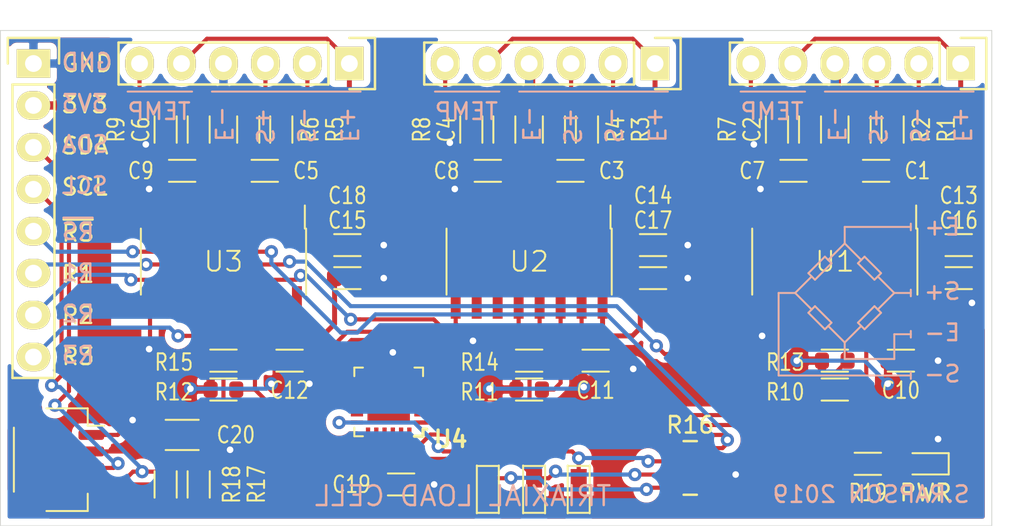
<source format=kicad_pcb>
(kicad_pcb (version 20171130) (host pcbnew "(5.1.0-0)")
  (layers (0 F.Cu signal) (31 B.Cu signal) (34 B.Paste user) (35 F.Paste user) (36 B.SilkS user) (37 F.SilkS user) (38 B.Mask user) (39 F.Mask user) (44 Edge.Cuts user))
  (net 0 "")
  (net 1 "Net-(C1-Pad2)")
  (net 2 "Net-(C1-Pad1)")
  (net 3 GND)
  (net 4 "Net-(C2-Pad1)")
  (net 5 "Net-(C3-Pad2)")
  (net 6 "Net-(C3-Pad1)")
  (net 7 "Net-(C4-Pad1)")
  (net 8 "Net-(C5-Pad2)")
  (net 9 "Net-(C5-Pad1)")
  (net 10 "Net-(C6-Pad1)")
  (net 11 "Net-(C7-Pad2)")
  (net 12 "Net-(C8-Pad2)")
  (net 13 "Net-(C9-Pad2)")
  (net 14 +3.3V)
  (net 15 "Net-(D1-PadA)")
  (net 16 "Net-(JP1-Pad1)")
  (net 17 "Net-(JP2-Pad1)")
  (net 18 "Net-(JP3-Pad1)")
  (net 19 "Net-(P1-Pad3)")
  (net 20 "Net-(P1-Pad2)")
  (net 21 "Net-(P3-Pad3)")
  (net 22 "Net-(P3-Pad2)")
  (net 23 "Net-(R10-Pad1)")
  (net 24 "Net-(R11-Pad1)")
  (net 25 "Net-(R12-Pad1)")
  (net 26 "Net-(R13-Pad2)")
  (net 27 "Net-(R14-Pad2)")
  (net 28 "Net-(R15-Pad2)")
  (net 29 READY_1)
  (net 30 "Net-(U1-Pad11)")
  (net 31 "Net-(U1-Pad10)")
  (net 32 READY_2)
  (net 33 "Net-(U2-Pad11)")
  (net 34 "Net-(U2-Pad10)")
  (net 35 READY_3)
  (net 36 "Net-(U3-Pad11)")
  (net 37 "Net-(U3-Pad10)")
  (net 38 "Net-(U4-Pad17)")
  (net 39 "Net-(U4-Pad16)")
  (net 40 "Net-(U4-Pad15)")
  (net 41 "Net-(U4-Pad14)")
  (net 42 "Net-(U4-Pad13)")
  (net 43 "Net-(U4-Pad12)")
  (net 44 "Net-(U4-Pad11)")
  (net 45 "Net-(U4-Pad10)")
  (net 46 "Net-(U4-Pad8)")
  (net 47 "Net-(U4-Pad7)")
  (net 48 "Net-(P2-Pad3)")
  (net 49 "Net-(P2-Pad2)")
  (net 50 ~RESET)
  (net 51 SCL)
  (net 52 SDA)
  (net 53 /ADC_PWR_1)
  (net 54 /ADC_PWR_2)
  (net 55 /ADC_PWR_3)
  (module Applidyne_Link:SJ1608-2N (layer F.Cu) (at 170 87.8 270)
    (fp_text reference JP3 hide)
    (fp_text value JUMPER-LINK-2 hide)
    (pad 2 smd rect (at 0.675 0 270) (size 1.12 0.97) (layers F.Cu F.Mask) (net 14 +3.3V))
    (pad 1 smd rect (at -0.675 0 270) (size 1.12 0.97) (layers F.Cu F.Mask) (net 18 "Net-(JP3-Pad1)"))
  )
  (module Applidyne_Link:SJ1608-2N (layer F.Cu) (at 167.3 87.8 270)
    (fp_text reference JP2 hide)
    (fp_text value JUMPER-LINK-2 hide)
    (pad 2 smd rect (at 0.675 0 270) (size 1.12 0.97) (layers F.Cu F.Mask) (net 14 +3.3V))
    (pad 1 smd rect (at -0.675 0 270) (size 1.12 0.97) (layers F.Cu F.Mask) (net 17 "Net-(JP2-Pad1)"))
  )
  (module Applidyne_Link:SJ1608-2N (layer F.Cu) (at 164.5 87.8 270)
    (fp_text reference JP1 hide)
    (fp_text value JUMPER-LINK-2 hide)
    (pad 2 smd rect (at 0.675 0 270) (size 1.12 0.97) (layers F.Cu F.Mask) (net 14 +3.3V))
    (pad 1 smd rect (at -0.675 0 270) (size 1.12 0.97) (layers F.Cu F.Mask) (net 16 "Net-(JP1-Pad1)"))
  )
  (module Applidyne_Resistor:R_Array_Concave_4x1608M (layer F.Cu) (at 176.75 86.5)
    (fp_text reference R16 (at 0 -2.6) (layer F.SilkS))
    (fp_text value 10K_QUAD_ARRAY_1608M)
    (pad 2 smd roundrect (at -0.85 -0.4) (size 0.9 0.4) (layers F.Cu F.Paste F.Mask) (net 18 "Net-(JP3-Pad1)"))
    (pad 3 smd roundrect (at -0.85 0.4) (size 0.9 0.4) (layers F.Cu F.Paste F.Mask) (net 17 "Net-(JP2-Pad1)"))
    (pad 1 smd roundrect (at -0.85 -1.2) (size 0.9 0.4) (layers F.Cu F.Paste F.Mask) (net 14 +3.3V))
    (pad 4 smd roundrect (at -0.85 1.2) (size 0.9 0.4) (layers F.Cu F.Paste F.Mask) (net 16 "Net-(JP1-Pad1)"))
    (pad 8 smd roundrect (at 0.85 -1.2) (size 0.9 0.4) (layers F.Cu F.Paste F.Mask) (net 50 ~RESET))
    (pad 7 smd roundrect (at 0.85 -0.4) (size 0.9 0.4) (layers F.Cu F.Paste F.Mask) (net 3 GND))
    (pad 6 smd roundrect (at 0.85 0.4) (size 0.9 0.4) (layers F.Cu F.Paste F.Mask) (net 3 GND))
    (pad 5 smd roundrect (at 0.85 1.2) (size 0.9 0.4) (layers F.Cu F.Paste F.Mask) (net 3 GND))
  )
  (module Applidyne_Connector_JST:SM04B-SRSS-TB (layer F.Cu) (at 138.5 86 270)
    (fp_text reference P5 hide)
    (fp_text value JST_SH_4_RA hide)
    (pad "" smd roundrect (at 2.8 1.875 270) (size 1.2 1.8) (layers F.Cu F.Paste F.Mask) (roundrect_rratio 0.208))
    (pad "" smd roundrect (at -2.8 1.875 270) (size 1.2 1.8) (layers F.Cu F.Paste F.Mask) (roundrect_rratio 0.208))
    (pad 4 smd roundrect (at 1.5 -2 270) (size 0.6 1.55) (layers F.Cu F.Paste F.Mask) (net 51 SCL))
    (pad 3 smd roundrect (at 0.5 -2 270) (size 0.6 1.55) (layers F.Cu F.Paste F.Mask) (net 52 SDA))
    (pad 2 smd roundrect (at -0.5 -2 270) (size 0.6 1.55) (layers F.Cu F.Paste F.Mask) (net 14 +3.3V))
    (pad 1 smd roundrect (at -1.5 -2 270) (size 0.6 1.55) (layers F.Cu F.Paste F.Mask) (net 3 GND))
  )
  (module Applidyne_Connector_Wurth:61300811121 (layer F.Cu) (at 137 62)
    (fp_text reference P4 hide)
    (fp_text value CONN_01X08 hide)
    (pad 8 thru_hole oval (at 0 17.78) (size 2.032 1.7272) (drill 1.016) (layers *.Cu *.Mask F.SilkS) (net 35 READY_3))
    (pad 7 thru_hole oval (at 0 15.24) (size 2.032 1.7272) (drill 1.016) (layers *.Cu *.Mask F.SilkS) (net 32 READY_2))
    (pad 6 thru_hole oval (at 0 12.7) (size 2.032 1.7272) (drill 1.016) (layers *.Cu *.Mask F.SilkS) (net 29 READY_1))
    (pad 5 thru_hole oval (at 0 10.16) (size 2.032 1.7272) (drill 1.016) (layers *.Cu *.Mask F.SilkS) (net 50 ~RESET))
    (pad 4 thru_hole oval (at 0 7.62) (size 2.032 1.7272) (drill 1.016) (layers *.Cu *.Mask F.SilkS) (net 51 SCL))
    (pad 3 thru_hole oval (at 0 5.08) (size 2.032 1.7272) (drill 1.016) (layers *.Cu *.Mask F.SilkS) (net 52 SDA))
    (pad 2 thru_hole oval (at 0 2.54) (size 2.032 1.7272) (drill 1.016) (layers *.Cu *.Mask F.SilkS) (net 14 +3.3V))
    (pad 1 thru_hole rect (at 0 0) (size 2.032 1.7272) (drill 1.016) (layers *.Cu *.Mask F.SilkS) (net 3 GND))
  )
  (module Applidyne_Capacitor:CAPC2012X110N (layer F.Cu) (at 146 84.5 180)
    (fp_text reference C20 (at -3.25 0 180) (layer F.SilkS) (effects (font (size 1 0.8) (thickness 0.12))))
    (fp_text value 10u_X7R_2012M hide)
    (pad 2 smd roundrect (at 0.875 0) (size 1.16 1.47) (layers F.Cu F.Paste F.Mask) (net 14 +3.3V))
    (pad 1 smd roundrect (at -0.875 0) (size 1.16 1.47) (layers F.Cu F.Paste F.Mask) (net 3 GND))
  )
  (module Applidyne_Connector_Wurth:61300611121 (layer F.Cu) (at 156.12 62 270)
    (fp_text reference P3 hide)
    (fp_text value CONN_01X06 hide)
    (pad 6 thru_hole oval (at 0 12.7 270) (size 2.032 1.7272) (drill 1.016) (layers *.Cu *.Mask F.SilkS) (net 10 "Net-(C6-Pad1)"))
    (pad 5 thru_hole oval (at 0 10.16 270) (size 2.032 1.7272) (drill 1.016) (layers *.Cu *.Mask F.SilkS) (net 55 /ADC_PWR_3))
    (pad 4 thru_hole oval (at 0 7.62 270) (size 2.032 1.7272) (drill 1.016) (layers *.Cu *.Mask F.SilkS) (net 3 GND))
    (pad 3 thru_hole oval (at 0 5.08 270) (size 2.032 1.7272) (drill 1.016) (layers *.Cu *.Mask F.SilkS) (net 21 "Net-(P3-Pad3)"))
    (pad 2 thru_hole oval (at 0 2.54 270) (size 2.032 1.7272) (drill 1.016) (layers *.Cu *.Mask F.SilkS) (net 22 "Net-(P3-Pad2)"))
    (pad 1 thru_hole rect (at 0 0 270) (size 2.032 1.7272) (drill 1.016) (layers *.Cu *.Mask F.SilkS) (net 55 /ADC_PWR_3))
  )
  (module Applidyne_Connector_Wurth:61300611121 (layer F.Cu) (at 174.62 62 270)
    (fp_text reference P2 hide)
    (fp_text value CONN_01X06 hide)
    (pad 6 thru_hole oval (at 0 12.7 270) (size 2.032 1.7272) (drill 1.016) (layers *.Cu *.Mask F.SilkS) (net 7 "Net-(C4-Pad1)"))
    (pad 5 thru_hole oval (at 0 10.16 270) (size 2.032 1.7272) (drill 1.016) (layers *.Cu *.Mask F.SilkS) (net 54 /ADC_PWR_2))
    (pad 4 thru_hole oval (at 0 7.62 270) (size 2.032 1.7272) (drill 1.016) (layers *.Cu *.Mask F.SilkS) (net 3 GND))
    (pad 3 thru_hole oval (at 0 5.08 270) (size 2.032 1.7272) (drill 1.016) (layers *.Cu *.Mask F.SilkS) (net 48 "Net-(P2-Pad3)"))
    (pad 2 thru_hole oval (at 0 2.54 270) (size 2.032 1.7272) (drill 1.016) (layers *.Cu *.Mask F.SilkS) (net 49 "Net-(P2-Pad2)"))
    (pad 1 thru_hole rect (at 0 0 270) (size 2.032 1.7272) (drill 1.016) (layers *.Cu *.Mask F.SilkS) (net 54 /ADC_PWR_2))
  )
  (module Applidyne_Connector_Wurth:61300611121 (layer F.Cu) (at 193.12 62 270)
    (fp_text reference P1 hide)
    (fp_text value CONN_01X06 hide)
    (pad 6 thru_hole oval (at 0 12.7 270) (size 2.032 1.7272) (drill 1.016) (layers *.Cu *.Mask F.SilkS) (net 4 "Net-(C2-Pad1)"))
    (pad 5 thru_hole oval (at 0 10.16 270) (size 2.032 1.7272) (drill 1.016) (layers *.Cu *.Mask F.SilkS) (net 53 /ADC_PWR_1))
    (pad 4 thru_hole oval (at 0 7.62 270) (size 2.032 1.7272) (drill 1.016) (layers *.Cu *.Mask F.SilkS) (net 3 GND))
    (pad 3 thru_hole oval (at 0 5.08 270) (size 2.032 1.7272) (drill 1.016) (layers *.Cu *.Mask F.SilkS) (net 19 "Net-(P1-Pad3)"))
    (pad 2 thru_hole oval (at 0 2.54 270) (size 2.032 1.7272) (drill 1.016) (layers *.Cu *.Mask F.SilkS) (net 20 "Net-(P1-Pad2)"))
    (pad 1 thru_hole rect (at 0 0 270) (size 2.032 1.7272) (drill 1.016) (layers *.Cu *.Mask F.SilkS) (net 53 /ADC_PWR_1))
  )
  (module Applidyne_QFN:QFN25P50_400X400X100L40X24T270N (layer F.Cu) (at 158.5 82.5 90)
    (fp_text reference U4)
    (fp_text value TCA9548A)
    (fp_text user %R (at -2.25 3.75 180) (layer F.SilkS) (effects (font (thickness 0.2))))
    (pad 25 smd rect (at -0.61 -0.61 90) (size 1.35 1.35) (layers F.Cu F.Paste F.Mask))
    (pad 25 smd rect (at -0.61 0.61 90) (size 1.35 1.35) (layers F.Cu F.Paste F.Mask))
    (pad 25 smd rect (at 0.61 -0.61 90) (size 1.35 1.35) (layers F.Cu F.Paste F.Mask))
    (pad 25 smd rect (at 0.61 0.61 90) (size 1.35 1.35) (layers F.Cu F.Paste F.Mask))
    (pad 24 smd rect (at -1.92 1.25 90) (size 0.74 0.26) (layers F.Cu F.Paste F.Mask) (net 50 ~RESET))
    (pad 23 smd rect (at -1.92 0.75 90) (size 0.74 0.26) (layers F.Cu F.Paste F.Mask) (net 17 "Net-(JP2-Pad1)"))
    (pad 22 smd rect (at -1.92 0.25 90) (size 0.74 0.26) (layers F.Cu F.Paste F.Mask) (net 16 "Net-(JP1-Pad1)"))
    (pad 21 smd rect (at -1.92 -0.25 90) (size 0.74 0.26) (layers F.Cu F.Paste F.Mask) (net 14 +3.3V))
    (pad 20 smd rect (at -1.92 -0.75 90) (size 0.74 0.26) (layers F.Cu F.Paste F.Mask) (net 52 SDA))
    (pad 19 smd rect (at -1.92 -1.25 90) (size 0.74 0.26) (layers F.Cu F.Paste F.Mask) (net 51 SCL))
    (pad 18 smd rect (at -1.25 -1.92 180) (size 0.74 0.26) (layers F.Cu F.Paste F.Mask) (net 18 "Net-(JP3-Pad1)"))
    (pad 17 smd rect (at -0.75 -1.92 180) (size 0.74 0.26) (layers F.Cu F.Paste F.Mask) (net 38 "Net-(U4-Pad17)"))
    (pad 16 smd rect (at -0.25 -1.92 180) (size 0.74 0.26) (layers F.Cu F.Paste F.Mask) (net 39 "Net-(U4-Pad16)"))
    (pad 15 smd rect (at 0.25 -1.92 180) (size 0.74 0.26) (layers F.Cu F.Paste F.Mask) (net 40 "Net-(U4-Pad15)"))
    (pad 14 smd rect (at 0.75 -1.92 180) (size 0.74 0.26) (layers F.Cu F.Paste F.Mask) (net 41 "Net-(U4-Pad14)"))
    (pad 13 smd rect (at 1.25 -1.92 180) (size 0.74 0.26) (layers F.Cu F.Paste F.Mask) (net 42 "Net-(U4-Pad13)"))
    (pad 12 smd rect (at 1.92 -1.25 90) (size 0.74 0.26) (layers F.Cu F.Paste F.Mask) (net 43 "Net-(U4-Pad12)"))
    (pad 11 smd rect (at 1.92 -0.75 90) (size 0.74 0.26) (layers F.Cu F.Paste F.Mask) (net 44 "Net-(U4-Pad11)"))
    (pad 10 smd rect (at 1.92 -0.25 90) (size 0.74 0.26) (layers F.Cu F.Paste F.Mask) (net 45 "Net-(U4-Pad10)"))
    (pad 9 smd rect (at 1.92 0.25 90) (size 0.74 0.26) (layers F.Cu F.Paste F.Mask) (net 3 GND))
    (pad 8 smd rect (at 1.92 0.75 90) (size 0.74 0.26) (layers F.Cu F.Paste F.Mask) (net 46 "Net-(U4-Pad8)"))
    (pad 7 smd rect (at 1.92 1.25 90) (size 0.74 0.26) (layers F.Cu F.Paste F.Mask) (net 47 "Net-(U4-Pad7)"))
    (pad 6 smd rect (at 1.25 1.92 180) (size 0.74 0.26) (layers F.Cu F.Paste F.Mask) (net 28 "Net-(R15-Pad2)"))
    (pad 5 smd rect (at 0.75 1.92 180) (size 0.74 0.26) (layers F.Cu F.Paste F.Mask) (net 25 "Net-(R12-Pad1)"))
    (pad 4 smd rect (at 0.25 1.92 180) (size 0.74 0.26) (layers F.Cu F.Paste F.Mask) (net 27 "Net-(R14-Pad2)"))
    (pad 3 smd rect (at -0.25 1.92 180) (size 0.74 0.26) (layers F.Cu F.Paste F.Mask) (net 24 "Net-(R11-Pad1)"))
    (pad 2 smd rect (at -0.75 1.92 180) (size 0.74 0.26) (layers F.Cu F.Paste F.Mask) (net 26 "Net-(R13-Pad2)"))
    (pad 1 smd rect (at -1.25 1.92 180) (size 0.74 0.26) (layers F.Cu F.Paste F.Mask) (net 23 "Net-(R10-Pad1)"))
  )
  (module Applidyne_SOIC:SOIC16P127_990X600X175L83X41N (layer F.Cu) (at 148.5 74 180)
    (fp_text reference U3 (at 0 0 180) (layer F.SilkS) (effects (font (size 1.2 1.2) (thickness 0.12))))
    (fp_text value NAU7802)
    (pad 16 smd rect (at -4.445 -2.475 270) (size 1.97 0.6) (layers F.Cu F.Paste F.Mask) (net 55 /ADC_PWR_3))
    (pad 15 smd rect (at -3.175 -2.475 270) (size 1.97 0.6) (layers F.Cu F.Paste F.Mask) (net 14 +3.3V))
    (pad 14 smd rect (at -1.905 -2.475 270) (size 1.97 0.6) (layers F.Cu F.Paste F.Mask) (net 25 "Net-(R12-Pad1)"))
    (pad 13 smd rect (at -0.635 -2.475 270) (size 1.97 0.6) (layers F.Cu F.Paste F.Mask) (net 28 "Net-(R15-Pad2)"))
    (pad 12 smd rect (at 0.635 -2.475 270) (size 1.97 0.6) (layers F.Cu F.Paste F.Mask) (net 35 READY_3))
    (pad 11 smd rect (at 1.905 -2.475 270) (size 1.97 0.6) (layers F.Cu F.Paste F.Mask) (net 36 "Net-(U3-Pad11)"))
    (pad 10 smd rect (at 3.175 -2.475 270) (size 1.97 0.6) (layers F.Cu F.Paste F.Mask) (net 37 "Net-(U3-Pad10)"))
    (pad 9 smd rect (at 4.445 -2.475 270) (size 1.97 0.6) (layers F.Cu F.Paste F.Mask) (net 3 GND))
    (pad 8 smd rect (at 4.445 2.475 270) (size 1.97 0.6) (layers F.Cu F.Paste F.Mask) (net 3 GND))
    (pad 7 smd rect (at 3.175 2.475 270) (size 1.97 0.6) (layers F.Cu F.Paste F.Mask) (net 3 GND))
    (pad 6 smd rect (at 1.905 2.475 270) (size 1.97 0.6) (layers F.Cu F.Paste F.Mask) (net 13 "Net-(C9-Pad2)"))
    (pad 5 smd rect (at 0.635 2.475 270) (size 1.97 0.6) (layers F.Cu F.Paste F.Mask) (net 10 "Net-(C6-Pad1)"))
    (pad 4 smd rect (at -0.635 2.475 270) (size 1.97 0.6) (layers F.Cu F.Paste F.Mask) (net 3 GND))
    (pad 3 smd rect (at -1.905 2.475 270) (size 1.97 0.6) (layers F.Cu F.Paste F.Mask) (net 8 "Net-(C5-Pad2)"))
    (pad 2 smd rect (at -3.175 2.475 270) (size 1.97 0.6) (layers F.Cu F.Paste F.Mask) (net 9 "Net-(C5-Pad1)"))
    (pad 1 smd rect (at -4.445 2.475 270) (size 1.97 0.6) (layers F.Cu F.Paste F.Mask) (net 55 /ADC_PWR_3))
  )
  (module Applidyne_SOIC:SOIC16P127_990X600X175L83X41N (layer F.Cu) (at 167 74 180)
    (fp_text reference U2 (at 0 0 180) (layer F.SilkS) (effects (font (size 1.2 1.2) (thickness 0.12))))
    (fp_text value NAU7802)
    (pad 16 smd rect (at -4.445 -2.475 270) (size 1.97 0.6) (layers F.Cu F.Paste F.Mask) (net 54 /ADC_PWR_2))
    (pad 15 smd rect (at -3.175 -2.475 270) (size 1.97 0.6) (layers F.Cu F.Paste F.Mask) (net 14 +3.3V))
    (pad 14 smd rect (at -1.905 -2.475 270) (size 1.97 0.6) (layers F.Cu F.Paste F.Mask) (net 24 "Net-(R11-Pad1)"))
    (pad 13 smd rect (at -0.635 -2.475 270) (size 1.97 0.6) (layers F.Cu F.Paste F.Mask) (net 27 "Net-(R14-Pad2)"))
    (pad 12 smd rect (at 0.635 -2.475 270) (size 1.97 0.6) (layers F.Cu F.Paste F.Mask) (net 32 READY_2))
    (pad 11 smd rect (at 1.905 -2.475 270) (size 1.97 0.6) (layers F.Cu F.Paste F.Mask) (net 33 "Net-(U2-Pad11)"))
    (pad 10 smd rect (at 3.175 -2.475 270) (size 1.97 0.6) (layers F.Cu F.Paste F.Mask) (net 34 "Net-(U2-Pad10)"))
    (pad 9 smd rect (at 4.445 -2.475 270) (size 1.97 0.6) (layers F.Cu F.Paste F.Mask) (net 3 GND))
    (pad 8 smd rect (at 4.445 2.475 270) (size 1.97 0.6) (layers F.Cu F.Paste F.Mask) (net 3 GND))
    (pad 7 smd rect (at 3.175 2.475 270) (size 1.97 0.6) (layers F.Cu F.Paste F.Mask) (net 3 GND))
    (pad 6 smd rect (at 1.905 2.475 270) (size 1.97 0.6) (layers F.Cu F.Paste F.Mask) (net 12 "Net-(C8-Pad2)"))
    (pad 5 smd rect (at 0.635 2.475 270) (size 1.97 0.6) (layers F.Cu F.Paste F.Mask) (net 7 "Net-(C4-Pad1)"))
    (pad 4 smd rect (at -0.635 2.475 270) (size 1.97 0.6) (layers F.Cu F.Paste F.Mask) (net 3 GND))
    (pad 3 smd rect (at -1.905 2.475 270) (size 1.97 0.6) (layers F.Cu F.Paste F.Mask) (net 5 "Net-(C3-Pad2)"))
    (pad 2 smd rect (at -3.175 2.475 270) (size 1.97 0.6) (layers F.Cu F.Paste F.Mask) (net 6 "Net-(C3-Pad1)"))
    (pad 1 smd rect (at -4.445 2.475 270) (size 1.97 0.6) (layers F.Cu F.Paste F.Mask) (net 54 /ADC_PWR_2))
  )
  (module Applidyne_SOIC:SOIC16P127_990X600X175L83X41N (layer F.Cu) (at 185.5 74 180)
    (fp_text reference U1 (at 0 0 180) (layer F.SilkS) (effects (font (size 1.2 1.2) (thickness 0.12))))
    (fp_text value NAU7802)
    (pad 16 smd rect (at -4.445 -2.475 270) (size 1.97 0.6) (layers F.Cu F.Paste F.Mask) (net 53 /ADC_PWR_1))
    (pad 15 smd rect (at -3.175 -2.475 270) (size 1.97 0.6) (layers F.Cu F.Paste F.Mask) (net 14 +3.3V))
    (pad 14 smd rect (at -1.905 -2.475 270) (size 1.97 0.6) (layers F.Cu F.Paste F.Mask) (net 23 "Net-(R10-Pad1)"))
    (pad 13 smd rect (at -0.635 -2.475 270) (size 1.97 0.6) (layers F.Cu F.Paste F.Mask) (net 26 "Net-(R13-Pad2)"))
    (pad 12 smd rect (at 0.635 -2.475 270) (size 1.97 0.6) (layers F.Cu F.Paste F.Mask) (net 29 READY_1))
    (pad 11 smd rect (at 1.905 -2.475 270) (size 1.97 0.6) (layers F.Cu F.Paste F.Mask) (net 30 "Net-(U1-Pad11)"))
    (pad 10 smd rect (at 3.175 -2.475 270) (size 1.97 0.6) (layers F.Cu F.Paste F.Mask) (net 31 "Net-(U1-Pad10)"))
    (pad 9 smd rect (at 4.445 -2.475 270) (size 1.97 0.6) (layers F.Cu F.Paste F.Mask) (net 3 GND))
    (pad 8 smd rect (at 4.445 2.475 270) (size 1.97 0.6) (layers F.Cu F.Paste F.Mask) (net 3 GND))
    (pad 7 smd rect (at 3.175 2.475 270) (size 1.97 0.6) (layers F.Cu F.Paste F.Mask) (net 3 GND))
    (pad 6 smd rect (at 1.905 2.475 270) (size 1.97 0.6) (layers F.Cu F.Paste F.Mask) (net 11 "Net-(C7-Pad2)"))
    (pad 5 smd rect (at 0.635 2.475 270) (size 1.97 0.6) (layers F.Cu F.Paste F.Mask) (net 4 "Net-(C2-Pad1)"))
    (pad 4 smd rect (at -0.635 2.475 270) (size 1.97 0.6) (layers F.Cu F.Paste F.Mask) (net 3 GND))
    (pad 3 smd rect (at -1.905 2.475 270) (size 1.97 0.6) (layers F.Cu F.Paste F.Mask) (net 1 "Net-(C1-Pad2)"))
    (pad 2 smd rect (at -3.175 2.475 270) (size 1.97 0.6) (layers F.Cu F.Paste F.Mask) (net 2 "Net-(C1-Pad1)"))
    (pad 1 smd rect (at -4.445 2.475 270) (size 1.97 0.6) (layers F.Cu F.Paste F.Mask) (net 53 /ADC_PWR_1))
  )
  (module Applidyne_Resistor:RESC1608X50N (layer F.Cu) (at 187.5 86.25)
    (fp_text reference R19 (at 0 1.75) (layer F.SilkS) (effects (font (size 1 0.8) (thickness 0.12))))
    (fp_text value 1K00_1608M hide)
    (pad 2 smd roundrect (at 0.775 0 180) (size 0.85 0.98) (layers F.Cu F.Paste F.Mask) (net 15 "Net-(D1-PadA)"))
    (pad 1 smd roundrect (at -0.775 0 180) (size 0.85 0.98) (layers F.Cu F.Paste F.Mask) (net 14 +3.3V))
  )
  (module Applidyne_Resistor:RESC1608X50N (layer F.Cu) (at 145 87.5 90)
    (fp_text reference R18 (at 0 4 90) (layer F.SilkS) (effects (font (size 1 0.8) (thickness 0.12))))
    (fp_text value 4K7_1608M hide)
    (pad 2 smd roundrect (at 0.775 0 270) (size 0.85 0.98) (layers F.Cu F.Paste F.Mask) (net 51 SCL))
    (pad 1 smd roundrect (at -0.775 0 270) (size 0.85 0.98) (layers F.Cu F.Paste F.Mask) (net 14 +3.3V))
  )
  (module Applidyne_Resistor:RESC1608X50N (layer F.Cu) (at 147 87.5 270)
    (fp_text reference R17 (at 0 -3.5 270) (layer F.SilkS) (effects (font (size 1 0.8) (thickness 0.12))))
    (fp_text value 4K7_1608M hide)
    (pad 2 smd roundrect (at 0.775 0 90) (size 0.85 0.98) (layers F.Cu F.Paste F.Mask) (net 14 +3.3V))
    (pad 1 smd roundrect (at -0.775 0 90) (size 0.85 0.98) (layers F.Cu F.Paste F.Mask) (net 52 SDA))
  )
  (module Applidyne_Resistor:RESC1608X50N (layer F.Cu) (at 148.5 80)
    (fp_text reference R15 (at -3 0.1) (layer F.SilkS) (effects (font (size 1 0.8) (thickness 0.12))))
    (fp_text value 4K7_1608M hide)
    (pad 2 smd roundrect (at 0.775 0 180) (size 0.85 0.98) (layers F.Cu F.Paste F.Mask) (net 28 "Net-(R15-Pad2)"))
    (pad 1 smd roundrect (at -0.775 0 180) (size 0.85 0.98) (layers F.Cu F.Paste F.Mask) (net 14 +3.3V))
  )
  (module Applidyne_Resistor:RESC1608X50N (layer F.Cu) (at 167 80)
    (fp_text reference R14 (at -3 0.1) (layer F.SilkS) (effects (font (size 1 0.8) (thickness 0.12))))
    (fp_text value 4K7_1608M hide)
    (pad 2 smd roundrect (at 0.775 0 180) (size 0.85 0.98) (layers F.Cu F.Paste F.Mask) (net 27 "Net-(R14-Pad2)"))
    (pad 1 smd roundrect (at -0.775 0 180) (size 0.85 0.98) (layers F.Cu F.Paste F.Mask) (net 14 +3.3V))
  )
  (module Applidyne_Resistor:RESC1608X50N (layer F.Cu) (at 185.5 80)
    (fp_text reference R13 (at -3 0.1) (layer F.SilkS) (effects (font (size 1 0.8) (thickness 0.12))))
    (fp_text value 4K7_1608M hide)
    (pad 2 smd roundrect (at 0.775 0 180) (size 0.85 0.98) (layers F.Cu F.Paste F.Mask) (net 26 "Net-(R13-Pad2)"))
    (pad 1 smd roundrect (at -0.775 0 180) (size 0.85 0.98) (layers F.Cu F.Paste F.Mask) (net 14 +3.3V))
  )
  (module Applidyne_Resistor:RESC1608X50N (layer F.Cu) (at 148.5 81.75 180)
    (fp_text reference R12 (at 3 -0.15 180) (layer F.SilkS) (effects (font (size 1 0.8) (thickness 0.12))))
    (fp_text value 4K7_1608M hide)
    (pad 2 smd roundrect (at 0.775 0) (size 0.85 0.98) (layers F.Cu F.Paste F.Mask) (net 14 +3.3V))
    (pad 1 smd roundrect (at -0.775 0) (size 0.85 0.98) (layers F.Cu F.Paste F.Mask) (net 25 "Net-(R12-Pad1)"))
  )
  (module Applidyne_Resistor:RESC1608X50N (layer F.Cu) (at 167 81.75 180)
    (fp_text reference R11 (at 3 -0.15 180) (layer F.SilkS) (effects (font (size 1 0.8) (thickness 0.12))))
    (fp_text value 4K7_1608M hide)
    (pad 2 smd roundrect (at 0.775 0) (size 0.85 0.98) (layers F.Cu F.Paste F.Mask) (net 14 +3.3V))
    (pad 1 smd roundrect (at -0.775 0) (size 0.85 0.98) (layers F.Cu F.Paste F.Mask) (net 24 "Net-(R11-Pad1)"))
  )
  (module Applidyne_Resistor:RESC1608X50N (layer F.Cu) (at 185.5 81.75 180)
    (fp_text reference R10 (at 3 -0.15 180) (layer F.SilkS) (effects (font (size 1 0.8) (thickness 0.12))))
    (fp_text value 4K7_1608M hide)
    (pad 2 smd roundrect (at 0.775 0) (size 0.85 0.98) (layers F.Cu F.Paste F.Mask) (net 14 +3.3V))
    (pad 1 smd roundrect (at -0.775 0) (size 0.85 0.98) (layers F.Cu F.Paste F.Mask) (net 23 "Net-(R10-Pad1)"))
  )
  (module Applidyne_Resistor:RESC1608X50N (layer F.Cu) (at 145 66 270)
    (fp_text reference R9 (at 0 3 270) (layer F.SilkS) (effects (font (size 1 0.8) (thickness 0.12))))
    (fp_text value 4K7_1608M hide)
    (pad 2 smd roundrect (at 0.775 0 90) (size 0.85 0.98) (layers F.Cu F.Paste F.Mask) (net 3 GND))
    (pad 1 smd roundrect (at -0.775 0 90) (size 0.85 0.98) (layers F.Cu F.Paste F.Mask) (net 10 "Net-(C6-Pad1)"))
  )
  (module Applidyne_Resistor:RESC1608X50N (layer F.Cu) (at 163.5 66 270)
    (fp_text reference R8 (at 0 3 270) (layer F.SilkS) (effects (font (size 1 0.8) (thickness 0.12))))
    (fp_text value 4K7_1608M hide)
    (pad 2 smd roundrect (at 0.775 0 90) (size 0.85 0.98) (layers F.Cu F.Paste F.Mask) (net 3 GND))
    (pad 1 smd roundrect (at -0.775 0 90) (size 0.85 0.98) (layers F.Cu F.Paste F.Mask) (net 7 "Net-(C4-Pad1)"))
  )
  (module Applidyne_Resistor:RESC1608X50N (layer F.Cu) (at 182 66 270)
    (fp_text reference R7 (at 0 3 270) (layer F.SilkS) (effects (font (size 1 0.8) (thickness 0.12))))
    (fp_text value 4K7_1608M hide)
    (pad 2 smd roundrect (at 0.775 0 90) (size 0.85 0.98) (layers F.Cu F.Paste F.Mask) (net 3 GND))
    (pad 1 smd roundrect (at -0.775 0 90) (size 0.85 0.98) (layers F.Cu F.Paste F.Mask) (net 4 "Net-(C2-Pad1)"))
  )
  (module Applidyne_Resistor:RESC1608X50N (layer F.Cu) (at 150 66 90)
    (fp_text reference R6 (at 0 3.75 90) (layer F.SilkS) (effects (font (size 1 0.8) (thickness 0.12))))
    (fp_text value 47R_1608M hide)
    (pad 2 smd roundrect (at 0.775 0 270) (size 0.85 0.98) (layers F.Cu F.Paste F.Mask) (net 21 "Net-(P3-Pad3)"))
    (pad 1 smd roundrect (at -0.775 0 270) (size 0.85 0.98) (layers F.Cu F.Paste F.Mask) (net 8 "Net-(C5-Pad2)"))
  )
  (module Applidyne_Resistor:RESC1608X50N (layer F.Cu) (at 152 66 90)
    (fp_text reference R5 (at 0 3.25 90) (layer F.SilkS) (effects (font (size 1 0.8) (thickness 0.12))))
    (fp_text value 47R_1608M hide)
    (pad 2 smd roundrect (at 0.775 0 270) (size 0.85 0.98) (layers F.Cu F.Paste F.Mask) (net 22 "Net-(P3-Pad2)"))
    (pad 1 smd roundrect (at -0.775 0 270) (size 0.85 0.98) (layers F.Cu F.Paste F.Mask) (net 9 "Net-(C5-Pad1)"))
  )
  (module Applidyne_Resistor:RESC1608X50N (layer F.Cu) (at 168.5 66 90)
    (fp_text reference R4 (at 0 3.75 90) (layer F.SilkS) (effects (font (size 1 0.8) (thickness 0.12))))
    (fp_text value 47R_1608M hide)
    (pad 2 smd roundrect (at 0.775 0 270) (size 0.85 0.98) (layers F.Cu F.Paste F.Mask) (net 48 "Net-(P2-Pad3)"))
    (pad 1 smd roundrect (at -0.775 0 270) (size 0.85 0.98) (layers F.Cu F.Paste F.Mask) (net 5 "Net-(C3-Pad2)"))
  )
  (module Applidyne_Resistor:RESC1608X50N (layer F.Cu) (at 170.5 66 90)
    (fp_text reference R3 (at 0 3.25 90) (layer F.SilkS) (effects (font (size 1 0.8) (thickness 0.12))))
    (fp_text value 47R_1608M hide)
    (pad 2 smd roundrect (at 0.775 0 270) (size 0.85 0.98) (layers F.Cu F.Paste F.Mask) (net 49 "Net-(P2-Pad2)"))
    (pad 1 smd roundrect (at -0.775 0 270) (size 0.85 0.98) (layers F.Cu F.Paste F.Mask) (net 6 "Net-(C3-Pad1)"))
  )
  (module Applidyne_Resistor:RESC1608X50N (layer F.Cu) (at 187 66 90)
    (fp_text reference R2 (at 0 3.75 90) (layer F.SilkS) (effects (font (size 1 0.8) (thickness 0.12))))
    (fp_text value 47R_1608M hide)
    (pad 2 smd roundrect (at 0.775 0 270) (size 0.85 0.98) (layers F.Cu F.Paste F.Mask) (net 19 "Net-(P1-Pad3)"))
    (pad 1 smd roundrect (at -0.775 0 270) (size 0.85 0.98) (layers F.Cu F.Paste F.Mask) (net 1 "Net-(C1-Pad2)"))
  )
  (module Applidyne_Resistor:RESC1608X50N (layer F.Cu) (at 189 66 90)
    (fp_text reference R1 (at 0 3.25 90) (layer F.SilkS) (effects (font (size 1 0.8) (thickness 0.12))))
    (fp_text value 47R_1608M hide)
    (pad 2 smd roundrect (at 0.775 0 270) (size 0.85 0.98) (layers F.Cu F.Paste F.Mask) (net 20 "Net-(P1-Pad2)"))
    (pad 1 smd roundrect (at -0.775 0 270) (size 0.85 0.98) (layers F.Cu F.Paste F.Mask) (net 2 "Net-(C1-Pad1)"))
  )
  (module Applidyne_LED:LEDC1608X80L40N (layer F.Cu) (at 191 86.25 180)
    (fp_text reference D1 hide)
    (fp_text value LED_RED_1608M hide)
    (pad A smd roundrect (at 0.76 0 180) (size 0.91 0.93) (layers F.Cu F.Paste F.Mask) (net 15 "Net-(D1-PadA)"))
    (pad C smd roundrect (at -0.76 0 180) (size 0.91 0.93) (layers F.Cu F.Paste F.Mask) (net 3 GND))
  )
  (module Applidyne_Capacitor:CAPC1608X90N (layer F.Cu) (at 159.25 87.5)
    (fp_text reference C19 (at -3 0) (layer F.SilkS) (effects (font (size 1 0.8) (thickness 0.12))))
    (fp_text value 1u_X7R_1608M hide)
    (pad 2 smd roundrect (at 0.775 0 180) (size 0.92 0.97) (layers F.Cu F.Paste F.Mask) (net 3 GND))
    (pad 1 smd roundrect (at -0.775 0 180) (size 0.92 0.97) (layers F.Cu F.Paste F.Mask) (net 14 +3.3V))
  )
  (module Applidyne_Capacitor:CAPC1608X90N (layer F.Cu) (at 156 73)
    (fp_text reference C18 (at 0 -3) (layer F.SilkS) (effects (font (size 1 0.8) (thickness 0.12))))
    (fp_text value 1u_X7R_1608M hide)
    (pad 2 smd roundrect (at 0.775 0 180) (size 0.92 0.97) (layers F.Cu F.Paste F.Mask) (net 3 GND))
    (pad 1 smd roundrect (at -0.775 0 180) (size 0.92 0.97) (layers F.Cu F.Paste F.Mask) (net 55 /ADC_PWR_3))
  )
  (module Applidyne_Capacitor:CAPC1608X90N (layer F.Cu) (at 174.5 75)
    (fp_text reference C17 (at 0 -3.5) (layer F.SilkS) (effects (font (size 1 0.8) (thickness 0.12))))
    (fp_text value 1u_X7R_1608M hide)
    (pad 2 smd roundrect (at 0.775 0 180) (size 0.92 0.97) (layers F.Cu F.Paste F.Mask) (net 3 GND))
    (pad 1 smd roundrect (at -0.775 0 180) (size 0.92 0.97) (layers F.Cu F.Paste F.Mask) (net 54 /ADC_PWR_2))
  )
  (module Applidyne_Capacitor:CAPC1608X90N (layer F.Cu) (at 193 75)
    (fp_text reference C16 (at 0 -3.5) (layer F.SilkS) (effects (font (size 1 0.8) (thickness 0.12))))
    (fp_text value 1u_X7R_1608M hide)
    (pad 2 smd roundrect (at 0.775 0 180) (size 0.92 0.97) (layers F.Cu F.Paste F.Mask) (net 3 GND))
    (pad 1 smd roundrect (at -0.775 0 180) (size 0.92 0.97) (layers F.Cu F.Paste F.Mask) (net 53 /ADC_PWR_1))
  )
  (module Applidyne_Capacitor:CAPC1608X90N (layer F.Cu) (at 156 75 180)
    (fp_text reference C15 (at 0 3.5 180) (layer F.SilkS) (effects (font (size 1 0.8) (thickness 0.12))))
    (fp_text value 100n_X7R_1608M hide)
    (pad 2 smd roundrect (at 0.775 0) (size 0.92 0.97) (layers F.Cu F.Paste F.Mask) (net 55 /ADC_PWR_3))
    (pad 1 smd roundrect (at -0.775 0) (size 0.92 0.97) (layers F.Cu F.Paste F.Mask) (net 3 GND))
  )
  (module Applidyne_Capacitor:CAPC1608X90N (layer F.Cu) (at 174.5 73 180)
    (fp_text reference C14 (at 0 3 180) (layer F.SilkS) (effects (font (size 1 0.8) (thickness 0.12))))
    (fp_text value 100n_X7R_1608M hide)
    (pad 2 smd roundrect (at 0.775 0) (size 0.92 0.97) (layers F.Cu F.Paste F.Mask) (net 54 /ADC_PWR_2))
    (pad 1 smd roundrect (at -0.775 0) (size 0.92 0.97) (layers F.Cu F.Paste F.Mask) (net 3 GND))
  )
  (module Applidyne_Capacitor:CAPC1608X90N (layer F.Cu) (at 193 73 180)
    (fp_text reference C13 (at 0 3 180) (layer F.SilkS) (effects (font (size 1 0.8) (thickness 0.12))))
    (fp_text value 100n_X7R_1608M hide)
    (pad 2 smd roundrect (at 0.775 0) (size 0.92 0.97) (layers F.Cu F.Paste F.Mask) (net 53 /ADC_PWR_1))
    (pad 1 smd roundrect (at -0.775 0) (size 0.92 0.97) (layers F.Cu F.Paste F.Mask) (net 3 GND))
  )
  (module Applidyne_Capacitor:CAPC1608X90N (layer F.Cu) (at 152.5 80)
    (fp_text reference C12 (at 0 1.8) (layer F.SilkS) (effects (font (size 1 0.8) (thickness 0.12))))
    (fp_text value 100n_1608M hide)
    (pad 2 smd roundrect (at 0.775 0 180) (size 0.92 0.97) (layers F.Cu F.Paste F.Mask) (net 3 GND))
    (pad 1 smd roundrect (at -0.775 0 180) (size 0.92 0.97) (layers F.Cu F.Paste F.Mask) (net 14 +3.3V))
  )
  (module Applidyne_Capacitor:CAPC1608X90N (layer F.Cu) (at 171.025 80)
    (fp_text reference C11 (at 0 1.8) (layer F.SilkS) (effects (font (size 1 0.8) (thickness 0.12))))
    (fp_text value 100n_1608M hide)
    (pad 2 smd roundrect (at 0.775 0 180) (size 0.92 0.97) (layers F.Cu F.Paste F.Mask) (net 3 GND))
    (pad 1 smd roundrect (at -0.775 0 180) (size 0.92 0.97) (layers F.Cu F.Paste F.Mask) (net 14 +3.3V))
  )
  (module Applidyne_Capacitor:CAPC1608X90N (layer F.Cu) (at 189.5 80)
    (fp_text reference C10 (at 0 1.8) (layer F.SilkS) (effects (font (size 1 0.8) (thickness 0.12))))
    (fp_text value 100n_1608M hide)
    (pad 2 smd roundrect (at 0.775 0 180) (size 0.92 0.97) (layers F.Cu F.Paste F.Mask) (net 3 GND))
    (pad 1 smd roundrect (at -0.775 0 180) (size 0.92 0.97) (layers F.Cu F.Paste F.Mask) (net 14 +3.3V))
  )
  (module Applidyne_Capacitor:CAPC1608X90N (layer F.Cu) (at 146 68.5)
    (fp_text reference C9 (at -2.5 0) (layer F.SilkS) (effects (font (size 1 0.8) (thickness 0.12))))
    (fp_text value 100n_X7R_1608M hide)
    (pad 2 smd roundrect (at 0.775 0 180) (size 0.92 0.97) (layers F.Cu F.Paste F.Mask) (net 13 "Net-(C9-Pad2)"))
    (pad 1 smd roundrect (at -0.775 0 180) (size 0.92 0.97) (layers F.Cu F.Paste F.Mask) (net 3 GND))
  )
  (module Applidyne_Capacitor:CAPC1608X90N (layer F.Cu) (at 164.5 68.5)
    (fp_text reference C8 (at -2.5 0) (layer F.SilkS) (effects (font (size 1 0.8) (thickness 0.12))))
    (fp_text value 100n_X7R_1608M hide)
    (pad 2 smd roundrect (at 0.775 0 180) (size 0.92 0.97) (layers F.Cu F.Paste F.Mask) (net 12 "Net-(C8-Pad2)"))
    (pad 1 smd roundrect (at -0.775 0 180) (size 0.92 0.97) (layers F.Cu F.Paste F.Mask) (net 3 GND))
  )
  (module Applidyne_Capacitor:CAPC1608X90N (layer F.Cu) (at 183 68.5)
    (fp_text reference C7 (at -2.5 0) (layer F.SilkS) (effects (font (size 1 0.8) (thickness 0.12))))
    (fp_text value 100n_X7R_1608M hide)
    (pad 2 smd roundrect (at 0.775 0 180) (size 0.92 0.97) (layers F.Cu F.Paste F.Mask) (net 11 "Net-(C7-Pad2)"))
    (pad 1 smd roundrect (at -0.775 0 180) (size 0.92 0.97) (layers F.Cu F.Paste F.Mask) (net 3 GND))
  )
  (module Applidyne_Capacitor:CAPC1608X90N (layer F.Cu) (at 147 66 270)
    (fp_text reference C6 (at 0 3.5 270) (layer F.SilkS) (effects (font (size 1 0.8) (thickness 0.12))))
    (fp_text value 100n_1608M hide)
    (pad 2 smd roundrect (at 0.775 0 90) (size 0.92 0.97) (layers F.Cu F.Paste F.Mask) (net 3 GND))
    (pad 1 smd roundrect (at -0.775 0 90) (size 0.92 0.97) (layers F.Cu F.Paste F.Mask) (net 10 "Net-(C6-Pad1)"))
  )
  (module Applidyne_Capacitor:CAPC1608X90N (layer F.Cu) (at 151 68.5 180)
    (fp_text reference C5 (at -2.5 0 180) (layer F.SilkS) (effects (font (size 1 0.8) (thickness 0.12))))
    (fp_text value 100n_X7R_1608M hide)
    (pad 2 smd roundrect (at 0.775 0) (size 0.92 0.97) (layers F.Cu F.Paste F.Mask) (net 8 "Net-(C5-Pad2)"))
    (pad 1 smd roundrect (at -0.775 0) (size 0.92 0.97) (layers F.Cu F.Paste F.Mask) (net 9 "Net-(C5-Pad1)"))
  )
  (module Applidyne_Capacitor:CAPC1608X90N (layer F.Cu) (at 165.5 66 270)
    (fp_text reference C4 (at 0 3.5 270) (layer F.SilkS) (effects (font (size 1 0.8) (thickness 0.12))))
    (fp_text value 100n_1608M hide)
    (pad 2 smd roundrect (at 0.775 0 90) (size 0.92 0.97) (layers F.Cu F.Paste F.Mask) (net 3 GND))
    (pad 1 smd roundrect (at -0.775 0 90) (size 0.92 0.97) (layers F.Cu F.Paste F.Mask) (net 7 "Net-(C4-Pad1)"))
  )
  (module Applidyne_Capacitor:CAPC1608X90N (layer F.Cu) (at 169.5 68.5 180)
    (fp_text reference C3 (at -2.5 0 180) (layer F.SilkS) (effects (font (size 1 0.8) (thickness 0.12))))
    (fp_text value 100n_X7R_1608M hide)
    (pad 2 smd roundrect (at 0.775 0) (size 0.92 0.97) (layers F.Cu F.Paste F.Mask) (net 5 "Net-(C3-Pad2)"))
    (pad 1 smd roundrect (at -0.775 0) (size 0.92 0.97) (layers F.Cu F.Paste F.Mask) (net 6 "Net-(C3-Pad1)"))
  )
  (module Applidyne_Capacitor:CAPC1608X90N (layer F.Cu) (at 184 66 270)
    (fp_text reference C2 (at 0 3.5 270) (layer F.SilkS) (effects (font (size 1 0.8) (thickness 0.12))))
    (fp_text value 100n_1608M hide)
    (pad 2 smd roundrect (at 0.775 0 90) (size 0.92 0.97) (layers F.Cu F.Paste F.Mask) (net 3 GND))
    (pad 1 smd roundrect (at -0.775 0 90) (size 0.92 0.97) (layers F.Cu F.Paste F.Mask) (net 4 "Net-(C2-Pad1)"))
  )
  (module Applidyne_Capacitor:CAPC1608X90N (layer F.Cu) (at 188 68.5 180)
    (fp_text reference C1 (at -2.5 0 180) (layer F.SilkS) (effects (font (size 1 0.8) (thickness 0.12))))
    (fp_text value 100n_X7R_1608M hide)
    (pad 2 smd roundrect (at 0.775 0) (size 0.92 0.97) (layers F.Cu F.Paste F.Mask) (net 1 "Net-(C1-Pad2)"))
    (pad 1 smd roundrect (at -0.775 0) (size 0.92 0.97) (layers F.Cu F.Paste F.Mask) (net 2 "Net-(C1-Pad1)"))
  )
  (gr_line (start 190.1 71.7) (end 190.1 72.1) (layer B.SilkS) (width 0.12))
  (gr_line (start 190.1 75.7) (end 190.1 76.1) (layer B.SilkS) (width 0.12))
  (gr_line (start 190.1 78.2) (end 190.1 78.6) (layer B.SilkS) (width 0.12))
  (gr_line (start 190.1 80.7) (end 190.1 81.1) (layer B.SilkS) (width 0.12))
  (gr_text S- (at 192 80.8) (layer B.SilkS) (effects (font (size 1 1)) (justify mirror)))
  (gr_text S+ (at 192 75.8) (layer B.SilkS) (effects (font (size 1 1)) (justify mirror)))
  (gr_text E- (at 192 78.3) (layer B.SilkS) (effects (font (size 1 1)) (justify mirror)))
  (gr_text E+ (at 192 71.9) (layer B.SilkS) (effects (font (size 1 1)) (justify mirror)))
  (gr_line (start 189.1 78.4) (end 189.1 79.9) (layer B.SilkS) (width 0.12))
  (gr_line (start 190.1 78.4) (end 189.1 78.4) (layer B.SilkS) (width 0.12))
  (gr_line (start 182.1 80.9) (end 190.1 80.9) (layer B.SilkS) (width 0.12))
  (gr_line (start 182.1 75.9) (end 182.1 80.9) (layer B.SilkS) (width 0.12))
  (gr_line (start 183.1 75.9) (end 182.1 75.9) (layer B.SilkS) (width 0.12))
  (gr_line (start 186.1 79.9) (end 189.1 79.9) (layer B.SilkS) (width 0.12))
  (gr_line (start 186.1 78.9) (end 186.1 79.9) (layer B.SilkS) (width 0.12))
  (gr_line (start 189.1 75.9) (end 190.1 75.9) (layer B.SilkS) (width 0.12))
  (gr_line (start 186.1 71.9) (end 190.1 71.9) (layer B.SilkS) (width 0.12))
  (gr_line (start 186.1 72.9) (end 186.1 71.9) (layer B.SilkS) (width 0.12))
  (gr_line (start 184.1 76.9) (end 183.9 77.1) (layer B.SilkS) (width 0.12))
  (gr_line (start 184.3 76.7) (end 184.1 76.9) (layer B.SilkS) (width 0.12))
  (gr_line (start 185.1 77.9) (end 186.1 78.9) (layer B.SilkS) (width 0.12))
  (gr_line (start 184.9 78.1) (end 185.3 77.7) (layer B.SilkS) (width 0.12))
  (gr_line (start 183.1 75.9) (end 184.1 76.9) (layer B.SilkS) (width 0.12))
  (gr_line (start 183.9 77.1) (end 184.9 78.1) (layer B.SilkS) (width 0.12))
  (gr_line (start 185.3 77.7) (end 184.3 76.7) (layer B.SilkS) (width 0.12))
  (gr_line (start 188.1 76.9) (end 187.9 76.7) (layer B.SilkS) (width 0.12))
  (gr_line (start 188.3 77.1) (end 188.1 76.9) (layer B.SilkS) (width 0.12))
  (gr_line (start 187.1 77.9) (end 186.1 78.9) (layer B.SilkS) (width 0.12))
  (gr_line (start 186.9 77.7) (end 187.3 78.1) (layer B.SilkS) (width 0.12))
  (gr_line (start 189.1 75.9) (end 188.1 76.9) (layer B.SilkS) (width 0.12))
  (gr_line (start 187.9 76.7) (end 186.9 77.7) (layer B.SilkS) (width 0.12))
  (gr_line (start 187.3 78.1) (end 188.3 77.1) (layer B.SilkS) (width 0.12))
  (gr_line (start 187.1 73.9) (end 186.9 74.1) (layer B.SilkS) (width 0.12))
  (gr_line (start 187.3 73.7) (end 187.1 73.9) (layer B.SilkS) (width 0.12))
  (gr_line (start 188.1 74.9) (end 189.1 75.9) (layer B.SilkS) (width 0.12))
  (gr_line (start 187.9 75.1) (end 188.3 74.7) (layer B.SilkS) (width 0.12))
  (gr_line (start 186.1 72.9) (end 187.1 73.9) (layer B.SilkS) (width 0.12))
  (gr_line (start 186.9 74.1) (end 187.9 75.1) (layer B.SilkS) (width 0.12))
  (gr_line (start 188.3 74.7) (end 187.3 73.7) (layer B.SilkS) (width 0.12))
  (gr_line (start 185.3 74.1) (end 185.1 73.9) (layer B.SilkS) (width 0.12))
  (gr_line (start 184.3 75.1) (end 185.3 74.1) (layer B.SilkS) (width 0.12))
  (gr_line (start 183.9 74.7) (end 184.3 75.1) (layer B.SilkS) (width 0.12))
  (gr_line (start 184.9 73.7) (end 183.9 74.7) (layer B.SilkS) (width 0.12))
  (gr_line (start 185.1 73.9) (end 184.9 73.7) (layer B.SilkS) (width 0.12))
  (gr_line (start 184.1 74.9) (end 183.1 75.9) (layer B.SilkS) (width 0.12))
  (gr_line (start 186.1 72.9) (end 185.1 73.9) (layer B.SilkS) (width 0.12))
  (gr_line (start 179.8 63.7) (end 183.7 63.7) (layer B.SilkS) (width 0.12))
  (gr_line (start 184.9 63.7) (end 193.9 63.7) (layer B.SilkS) (width 0.12))
  (gr_text S- (at 190.576666 65.728572 270) (layer B.SilkS) (effects (font (size 1 1)) (justify mirror)))
  (gr_text S+ (at 188.088333 65.776191 270) (layer B.SilkS) (effects (font (size 1 1)) (justify mirror)))
  (gr_text E- (at 185.6 65.657144 270) (layer B.SilkS) (effects (font (size 1 1)) (justify mirror)))
  (gr_text TEMP (at 181.7 64.9) (layer B.SilkS) (effects (font (size 1 1)) (justify mirror)))
  (gr_text E+ (at 193.2 65.704763 270) (layer B.SilkS) (effects (font (size 1 1)) (justify mirror)))
  (gr_line (start 161.3 63.7) (end 165.2 63.7) (layer B.SilkS) (width 0.12))
  (gr_line (start 166.4 63.7) (end 175.4 63.7) (layer B.SilkS) (width 0.12))
  (gr_text S- (at 172.076666 65.728572 270) (layer B.SilkS) (effects (font (size 1 1)) (justify mirror)))
  (gr_text S+ (at 169.588333 65.776191 270) (layer B.SilkS) (effects (font (size 1 1)) (justify mirror)))
  (gr_text E- (at 167.1 65.657144 270) (layer B.SilkS) (effects (font (size 1 1)) (justify mirror)))
  (gr_text TEMP (at 163.2 64.9) (layer B.SilkS) (effects (font (size 1 1)) (justify mirror)))
  (gr_text E+ (at 174.7 65.704763 270) (layer B.SilkS) (effects (font (size 1 1)) (justify mirror)))
  (gr_text "S.RAPSON 2019" (at 187.7 88.1) (layer B.SilkS) (effects (font (size 1 1)) (justify mirror)))
  (gr_text "TRIAXIAL LOAD CELL" (at 163 88.2) (layer B.SilkS) (effects (font (size 1.2 1.2)) (justify mirror)))
  (gr_text S- (at 153.476666 65.728572 270) (layer B.SilkS) (effects (font (size 1 1)) (justify mirror)))
  (gr_text S+ (at 150.988333 65.776191 270) (layer B.SilkS) (effects (font (size 1 1)) (justify mirror)))
  (gr_text E+ (at 156.1 65.704763 270) (layer B.SilkS) (effects (font (size 1 1)) (justify mirror)))
  (gr_text E- (at 148.5 65.657144 270) (layer B.SilkS) (effects (font (size 1 1)) (justify mirror)))
  (gr_text TEMP (at 144.6 64.9) (layer B.SilkS) (effects (font (size 1 1)) (justify mirror)))
  (gr_line (start 147.8 63.7) (end 156.8 63.7) (layer B.SilkS) (width 0.12))
  (gr_line (start 142.7 63.7) (end 146.6 63.7) (layer B.SilkS) (width 0.12))
  (gr_text ~RS (at 139.697619 72.169284) (layer B.SilkS) (effects (font (size 1 1)) (justify mirror)))
  (gr_text R1 (at 139.697619 74.662855) (layer B.SilkS) (effects (font (size 1 1)) (justify mirror)))
  (gr_text R3 (at 139.697619 79.65) (layer B.SilkS) (effects (font (size 1 1)) (justify mirror)))
  (gr_text SCL (at 140.102381 69.380713) (layer B.SilkS) (effects (font (size 1 1)) (justify mirror)))
  (gr_text 3V3 (at 140.102381 64.393571) (layer B.SilkS) (effects (font (size 1 1)) (justify mirror)))
  (gr_text GND (at 140.245238 61.9) (layer B.SilkS) (effects (font (size 1 1)) (justify mirror)))
  (gr_text R2 (at 139.697619 77.156426) (layer B.SilkS) (effects (font (size 1 1)) (justify mirror)))
  (gr_text SDA (at 140.12619 66.887142) (layer B.SilkS) (effects (font (size 1 1)) (justify mirror)))
  (gr_text R3 (at 139.702381 79.75) (layer F.SilkS) (effects (font (size 1 1))))
  (gr_text R2 (at 139.702381 77.256426) (layer F.SilkS) (effects (font (size 1 1))))
  (gr_text R1 (at 139.702381 74.762855) (layer F.SilkS) (effects (font (size 1 1))))
  (gr_text ~RS (at 139.702381 72.269284) (layer F.SilkS) (effects (font (size 1 1))))
  (gr_text SCL (at 140.107143 69.480713) (layer F.SilkS) (effects (font (size 1 1))))
  (gr_text SDA (at 140.130953 66.987142) (layer F.SilkS) (effects (font (size 1 1))))
  (gr_text 3V3 (at 140.107143 64.493571) (layer F.SilkS) (effects (font (size 1 1))))
  (gr_text GND (at 140.25 62) (layer F.SilkS) (effects (font (size 1 1))))
  (gr_text PWR (at 191 88) (layer F.SilkS) (effects (font (size 1 1))))
  (gr_line (start 195 60) (end 135 60) (layer Edge.Cuts) (width 0.05))
  (gr_line (start 195 90) (end 195 60) (layer Edge.Cuts) (width 0.05))
  (gr_line (start 135 90) (end 195 90) (layer Edge.Cuts) (width 0.05))
  (gr_line (start 135 60) (end 135 90) (layer Edge.Cuts) (width 0.05))
  (segment (start 187.405 68.68) (end 187.225 68.5) (width 0.25) (layer F.Cu) (net 1))
  (segment (start 187.405 71.525) (end 187.405 68.68) (width 0.25) (layer F.Cu) (net 1))
  (segment (start 187.225 67) (end 187 66.775) (width 0.25) (layer F.Cu) (net 1))
  (segment (start 187.225 68.5) (end 187.225 67) (width 0.25) (layer F.Cu) (net 1))
  (segment (start 188.675 68.6) (end 188.775 68.5) (width 0.25) (layer F.Cu) (net 2))
  (segment (start 188.675 71.525) (end 188.675 68.6) (width 0.25) (layer F.Cu) (net 2))
  (segment (start 188.775 67) (end 189 66.775) (width 0.25) (layer F.Cu) (net 2))
  (segment (start 188.775 68.5) (end 188.775 67) (width 0.25) (layer F.Cu) (net 2))
  (segment (start 145.325 68.6) (end 145.225 68.5) (width 0.25) (layer F.Cu) (net 3))
  (segment (start 145.325 71.525) (end 145.325 68.6) (width 0.25) (layer F.Cu) (net 3))
  (segment (start 147 66.775) (end 145 66.775) (width 0.25) (layer F.Cu) (net 3))
  (segment (start 148.5 64.5) (end 148.5 62) (width 0.25) (layer F.Cu) (net 3))
  (segment (start 148.75 64.75) (end 148.5 64.5) (width 0.25) (layer F.Cu) (net 3))
  (segment (start 148.75 69.5) (end 148.75 64.75) (width 0.25) (layer F.Cu) (net 3))
  (segment (start 149.135 69.885) (end 148.75 69.5) (width 0.25) (layer F.Cu) (net 3))
  (segment (start 149.135 71.525) (end 149.135 69.885) (width 0.25) (layer F.Cu) (net 3))
  (segment (start 163.825 68.6) (end 163.725 68.5) (width 0.25) (layer F.Cu) (net 3))
  (segment (start 163.825 71.525) (end 163.825 68.6) (width 0.25) (layer F.Cu) (net 3))
  (segment (start 182.325 68.6) (end 182.225 68.5) (width 0.25) (layer F.Cu) (net 3))
  (segment (start 182.325 71.525) (end 182.325 68.6) (width 0.25) (layer F.Cu) (net 3))
  (segment (start 182 66.775) (end 184 66.775) (width 0.25) (layer F.Cu) (net 3))
  (segment (start 163.5 66.775) (end 165.5 66.775) (width 0.25) (layer F.Cu) (net 3))
  (segment (start 167.242842 62.242842) (end 167 62) (width 0.25) (layer F.Cu) (net 3))
  (segment (start 167.635 71.525) (end 167.635 69.635) (width 0.25) (layer F.Cu) (net 3))
  (segment (start 167.242842 69.242842) (end 167.242842 62.242842) (width 0.25) (layer F.Cu) (net 3))
  (segment (start 167.635 69.635) (end 167.242842 69.242842) (width 0.25) (layer F.Cu) (net 3))
  (segment (start 186.135 69.635) (end 186.135 71.525) (width 0.25) (layer F.Cu) (net 3))
  (segment (start 185.744467 69.244467) (end 186.135 69.635) (width 0.25) (layer F.Cu) (net 3))
  (segment (start 185.744467 62.244467) (end 185.744467 69.244467) (width 0.25) (layer F.Cu) (net 3))
  (segment (start 185.5 62) (end 185.744467 62.244467) (width 0.25) (layer F.Cu) (net 3))
  (via (at 161.25 87.5) (size 0.8) (drill 0.4) (layers F.Cu B.Cu) (net 3))
  (segment (start 160.025 87.5) (end 161.25 87.5) (width 0.25) (layer F.Cu) (net 3))
  (via (at 158.75 79.5) (size 0.8) (drill 0.4) (layers F.Cu B.Cu) (net 3))
  (segment (start 158.75 80.58) (end 158.75 79.5) (width 0.25) (layer F.Cu) (net 3))
  (segment (start 177.6 86.9) (end 179.5 86.9) (width 0.25) (layer F.Cu) (net 3))
  (segment (start 177.6 86.1) (end 179.3 86.1) (width 0.25) (layer F.Cu) (net 3))
  (segment (start 179.5 86.3) (end 179.5 86.9) (width 0.25) (layer F.Cu) (net 3))
  (segment (start 179.3 86.1) (end 179.5 86.3) (width 0.25) (layer F.Cu) (net 3))
  (segment (start 177.6 87.7) (end 179.3 87.7) (width 0.25) (layer F.Cu) (net 3))
  (segment (start 179.5 87.5) (end 179.5 86.9) (width 0.25) (layer F.Cu) (net 3))
  (segment (start 179.3 87.7) (end 179.5 87.5) (width 0.25) (layer F.Cu) (net 3))
  (via (at 179.5 86.9) (size 0.8) (drill 0.4) (layers F.Cu B.Cu) (net 3))
  (segment (start 140.5 84.5) (end 142.1 84.5) (width 0.25) (layer F.Cu) (net 3))
  (via (at 143 83.6) (size 0.8) (drill 0.4) (layers F.Cu B.Cu) (net 3))
  (segment (start 142.1 84.5) (end 143 83.6) (width 0.25) (layer F.Cu) (net 3))
  (via (at 176.6 75) (size 0.8) (drill 0.4) (layers F.Cu B.Cu) (net 3))
  (segment (start 175.275 75) (end 176.6 75) (width 0.25) (layer F.Cu) (net 3))
  (via (at 176.6 73) (size 0.8) (drill 0.4) (layers F.Cu B.Cu) (net 3))
  (segment (start 175.275 73) (end 176.6 73) (width 0.25) (layer F.Cu) (net 3))
  (segment (start 193.775 75) (end 193.775 73) (width 0.25) (layer F.Cu) (net 3))
  (segment (start 193.775 76.475) (end 193.8 76.5) (width 0.25) (layer F.Cu) (net 3))
  (via (at 193.8 76.5) (size 0.8) (drill 0.4) (layers F.Cu B.Cu) (net 3))
  (segment (start 193.775 75) (end 193.775 76.475) (width 0.25) (layer F.Cu) (net 3))
  (via (at 181.1 78.5) (size 0.8) (drill 0.4) (layers F.Cu B.Cu) (net 3))
  (segment (start 181.055 78.455) (end 181.1 78.5) (width 0.25) (layer F.Cu) (net 3))
  (segment (start 181.055 76.475) (end 181.055 78.455) (width 0.25) (layer F.Cu) (net 3))
  (via (at 181 69.6) (size 0.8) (drill 0.4) (layers F.Cu B.Cu) (net 3))
  (segment (start 181.055 69.655) (end 181 69.6) (width 0.25) (layer F.Cu) (net 3))
  (segment (start 181.055 71.525) (end 181.055 69.655) (width 0.25) (layer F.Cu) (net 3))
  (via (at 162.5 69.6) (size 0.8) (drill 0.4) (layers F.Cu B.Cu) (net 3))
  (segment (start 162.555 69.655) (end 162.5 69.6) (width 0.25) (layer F.Cu) (net 3))
  (segment (start 162.555 71.525) (end 162.555 69.655) (width 0.25) (layer F.Cu) (net 3))
  (via (at 158.2 73) (size 0.8) (drill 0.4) (layers F.Cu B.Cu) (net 3))
  (segment (start 156.775 73) (end 158.2 73) (width 0.25) (layer F.Cu) (net 3))
  (via (at 158.2 75) (size 0.8) (drill 0.4) (layers F.Cu B.Cu) (net 3))
  (segment (start 156.775 75) (end 158.2 75) (width 0.25) (layer F.Cu) (net 3))
  (via (at 144 69.6) (size 0.8) (drill 0.4) (layers F.Cu B.Cu) (net 3))
  (segment (start 144.055 69.655) (end 144 69.6) (width 0.25) (layer F.Cu) (net 3))
  (segment (start 144.055 71.525) (end 144.055 69.655) (width 0.25) (layer F.Cu) (net 3))
  (via (at 191.75 84.75) (size 0.8) (drill 0.4) (layers F.Cu B.Cu) (net 3))
  (segment (start 191.76 84.76) (end 191.75 84.75) (width 0.25) (layer F.Cu) (net 3))
  (segment (start 191.76 86.25) (end 191.76 84.76) (width 0.25) (layer F.Cu) (net 3))
  (via (at 191.75 80) (size 0.8) (drill 0.4) (layers F.Cu B.Cu) (net 3))
  (segment (start 190.275 80) (end 191.75 80) (width 0.25) (layer F.Cu) (net 3))
  (via (at 144 79.3) (size 0.8) (drill 0.4) (layers F.Cu B.Cu) (net 3))
  (segment (start 144.055 79.245) (end 144 79.3) (width 0.25) (layer F.Cu) (net 3))
  (segment (start 144.055 76.475) (end 144.055 79.245) (width 0.25) (layer F.Cu) (net 3))
  (via (at 153.7 81.4) (size 0.8) (drill 0.4) (layers F.Cu B.Cu) (net 3))
  (segment (start 153.275 80.975) (end 153.7 81.4) (width 0.25) (layer F.Cu) (net 3))
  (segment (start 153.275 80) (end 153.275 80.975) (width 0.25) (layer F.Cu) (net 3))
  (via (at 143.8 66.9) (size 0.8) (drill 0.4) (layers F.Cu B.Cu) (net 3))
  (segment (start 143.925 66.775) (end 143.8 66.9) (width 0.25) (layer F.Cu) (net 3))
  (segment (start 145 66.775) (end 143.925 66.775) (width 0.25) (layer F.Cu) (net 3))
  (via (at 162.2 66.8) (size 0.8) (drill 0.4) (layers F.Cu B.Cu) (net 3))
  (segment (start 162.225 66.775) (end 162.2 66.8) (width 0.25) (layer F.Cu) (net 3))
  (segment (start 163.5 66.775) (end 162.225 66.775) (width 0.25) (layer F.Cu) (net 3))
  (via (at 180.6 66.9) (size 0.8) (drill 0.4) (layers F.Cu B.Cu) (net 3))
  (segment (start 180.725 66.775) (end 180.6 66.9) (width 0.25) (layer F.Cu) (net 3))
  (segment (start 182 66.775) (end 180.725 66.775) (width 0.25) (layer F.Cu) (net 3))
  (segment (start 182.225 68.5) (end 181.4 68.5) (width 0.25) (layer F.Cu) (net 3))
  (segment (start 181 68.9) (end 181 69.6) (width 0.25) (layer F.Cu) (net 3))
  (segment (start 181.4 68.5) (end 181 68.9) (width 0.25) (layer F.Cu) (net 3))
  (segment (start 163.725 68.5) (end 162.9 68.5) (width 0.25) (layer F.Cu) (net 3))
  (segment (start 162.5 68.9) (end 162.5 69.6) (width 0.25) (layer F.Cu) (net 3))
  (segment (start 162.9 68.5) (end 162.5 68.9) (width 0.25) (layer F.Cu) (net 3))
  (segment (start 145.225 68.5) (end 144.4 68.5) (width 0.25) (layer F.Cu) (net 3))
  (segment (start 144 68.9) (end 144 69.6) (width 0.25) (layer F.Cu) (net 3))
  (segment (start 144.4 68.5) (end 144 68.9) (width 0.25) (layer F.Cu) (net 3))
  (via (at 148.9 85.4) (size 0.8) (drill 0.4) (layers F.Cu B.Cu) (net 3))
  (segment (start 148 84.5) (end 148.500001 85.000001) (width 0.25) (layer F.Cu) (net 3))
  (segment (start 146.875 84.5) (end 148 84.5) (width 0.25) (layer F.Cu) (net 3))
  (segment (start 148.500001 85.000001) (end 148.9 85.4) (width 0.25) (layer F.Cu) (net 3))
  (via (at 173.3 80.5) (size 0.8) (drill 0.4) (layers F.Cu B.Cu) (net 3))
  (segment (start 171.8 80) (end 172.8 80) (width 0.25) (layer F.Cu) (net 3))
  (segment (start 172.8 80) (end 172.900001 80.100001) (width 0.25) (layer F.Cu) (net 3))
  (segment (start 172.900001 80.100001) (end 173.3 80.5) (width 0.25) (layer F.Cu) (net 3))
  (via (at 163.600004 78.8) (size 0.8) (drill 0.4) (layers F.Cu B.Cu) (net 3))
  (segment (start 162.555 76.475) (end 162.555 77.754996) (width 0.25) (layer F.Cu) (net 3))
  (segment (start 162.555 77.754996) (end 163.200005 78.400001) (width 0.25) (layer F.Cu) (net 3))
  (segment (start 163.200005 78.400001) (end 163.600004 78.8) (width 0.25) (layer F.Cu) (net 3))
  (segment (start 180.42 63.645) (end 182 65.225) (width 0.25) (layer F.Cu) (net 4))
  (segment (start 180.42 62) (end 180.42 63.645) (width 0.25) (layer F.Cu) (net 4))
  (segment (start 184.865 71.525) (end 184.865 69.635) (width 0.25) (layer F.Cu) (net 4))
  (segment (start 184.865 69.635) (end 185.25 69.25) (width 0.25) (layer F.Cu) (net 4))
  (segment (start 185.25 69.25) (end 185.25 65.5) (width 0.25) (layer F.Cu) (net 4))
  (segment (start 184.975 65.225) (end 184 65.225) (width 0.25) (layer F.Cu) (net 4))
  (segment (start 185.25 65.5) (end 184.975 65.225) (width 0.25) (layer F.Cu) (net 4))
  (segment (start 182 65.225) (end 184 65.225) (width 0.25) (layer F.Cu) (net 4))
  (segment (start 168.905 68.68) (end 168.725 68.5) (width 0.25) (layer F.Cu) (net 5))
  (segment (start 168.905 71.525) (end 168.905 68.68) (width 0.25) (layer F.Cu) (net 5))
  (segment (start 168.725 67) (end 168.5 66.775) (width 0.25) (layer F.Cu) (net 5))
  (segment (start 168.725 68.5) (end 168.725 67) (width 0.25) (layer F.Cu) (net 5))
  (segment (start 170.175 68.6) (end 170.275 68.5) (width 0.25) (layer F.Cu) (net 6))
  (segment (start 170.175 71.525) (end 170.175 68.6) (width 0.25) (layer F.Cu) (net 6))
  (segment (start 170.275 67) (end 170.5 66.775) (width 0.25) (layer F.Cu) (net 6))
  (segment (start 170.275 68.5) (end 170.275 67) (width 0.25) (layer F.Cu) (net 6))
  (segment (start 161.92 63.645) (end 163.5 65.225) (width 0.25) (layer F.Cu) (net 7))
  (segment (start 161.92 62) (end 161.92 63.645) (width 0.25) (layer F.Cu) (net 7))
  (segment (start 166.475 65.225) (end 165.5 65.225) (width 0.25) (layer F.Cu) (net 7))
  (segment (start 166.769166 65.519166) (end 166.475 65.225) (width 0.25) (layer F.Cu) (net 7))
  (segment (start 166.365 69.885) (end 166.769166 69.480834) (width 0.25) (layer F.Cu) (net 7))
  (segment (start 166.769166 69.480834) (end 166.769166 65.519166) (width 0.25) (layer F.Cu) (net 7))
  (segment (start 166.365 71.525) (end 166.365 69.885) (width 0.25) (layer F.Cu) (net 7))
  (segment (start 163.5 65.225) (end 165.5 65.225) (width 0.25) (layer F.Cu) (net 7))
  (segment (start 150.405 68.68) (end 150.225 68.5) (width 0.25) (layer F.Cu) (net 8))
  (segment (start 150.405 71.525) (end 150.405 68.68) (width 0.25) (layer F.Cu) (net 8))
  (segment (start 150.225 67) (end 150 66.775) (width 0.25) (layer F.Cu) (net 8))
  (segment (start 150.225 68.5) (end 150.225 67) (width 0.25) (layer F.Cu) (net 8))
  (segment (start 151.675 68.6) (end 151.775 68.5) (width 0.25) (layer F.Cu) (net 9))
  (segment (start 151.675 71.525) (end 151.675 68.6) (width 0.25) (layer F.Cu) (net 9))
  (segment (start 151.775 67) (end 152 66.775) (width 0.25) (layer F.Cu) (net 9))
  (segment (start 151.775 68.5) (end 151.775 67) (width 0.25) (layer F.Cu) (net 9))
  (segment (start 143.42 63.645) (end 145 65.225) (width 0.25) (layer F.Cu) (net 10))
  (segment (start 143.42 62) (end 143.42 63.645) (width 0.25) (layer F.Cu) (net 10))
  (segment (start 145 65.225) (end 147 65.225) (width 0.25) (layer F.Cu) (net 10))
  (segment (start 147.725 65.225) (end 147 65.225) (width 0.25) (layer F.Cu) (net 10))
  (segment (start 148.255 65.755) (end 147.725 65.225) (width 0.25) (layer F.Cu) (net 10))
  (segment (start 148.255 69.495) (end 148.255 65.755) (width 0.25) (layer F.Cu) (net 10))
  (segment (start 147.865 69.885) (end 148.255 69.495) (width 0.25) (layer F.Cu) (net 10))
  (segment (start 147.865 71.525) (end 147.865 69.885) (width 0.25) (layer F.Cu) (net 10))
  (segment (start 183.595 68.68) (end 183.775 68.5) (width 0.25) (layer F.Cu) (net 11))
  (segment (start 183.595 71.525) (end 183.595 68.68) (width 0.25) (layer F.Cu) (net 11))
  (segment (start 165.095 68.68) (end 165.275 68.5) (width 0.25) (layer F.Cu) (net 12))
  (segment (start 165.095 71.525) (end 165.095 68.68) (width 0.25) (layer F.Cu) (net 12))
  (segment (start 146.595 68.68) (end 146.775 68.5) (width 0.25) (layer F.Cu) (net 13))
  (segment (start 146.595 71.525) (end 146.595 68.68) (width 0.25) (layer F.Cu) (net 13))
  (segment (start 151.675 79.95) (end 151.725 80) (width 0.25) (layer F.Cu) (net 14))
  (segment (start 151.675 76.475) (end 151.675 79.95) (width 0.25) (layer F.Cu) (net 14))
  (segment (start 147.725 81.75) (end 147.725 80) (width 0.25) (layer F.Cu) (net 14))
  (segment (start 184.725 81.75) (end 184.725 80) (width 0.25) (layer F.Cu) (net 14))
  (segment (start 166.225 81.75) (end 166.225 80) (width 0.25) (layer F.Cu) (net 14))
  (segment (start 188.675 79.95) (end 188.725 80) (width 0.25) (layer F.Cu) (net 14))
  (segment (start 188.675 76.475) (end 188.675 79.95) (width 0.25) (layer F.Cu) (net 14))
  (segment (start 170.175 79.925) (end 170.25 80) (width 0.25) (layer F.Cu) (net 14))
  (segment (start 170.175 76.475) (end 170.175 79.925) (width 0.25) (layer F.Cu) (net 14))
  (segment (start 158.475 86.225) (end 158.475 87.5) (width 0.25) (layer F.Cu) (net 14))
  (segment (start 158.25 86) (end 158.475 86.225) (width 0.25) (layer F.Cu) (net 14))
  (segment (start 158.25 84.42) (end 158.25 86) (width 0.25) (layer F.Cu) (net 14))
  (segment (start 143.7 84.5) (end 145.125 84.5) (width 0.25) (layer F.Cu) (net 14))
  (segment (start 142.7 85.5) (end 143.7 84.5) (width 0.25) (layer F.Cu) (net 14))
  (segment (start 140.5 85.5) (end 142.7 85.5) (width 0.25) (layer F.Cu) (net 14))
  (segment (start 175.9 85.3) (end 176.5 85.3) (width 0.25) (layer F.Cu) (net 14))
  (segment (start 176.5 85.3) (end 176.8 85.6) (width 0.25) (layer F.Cu) (net 14))
  (segment (start 176.8 85.6) (end 176.8 88.9) (width 0.25) (layer F.Cu) (net 14))
  (via (at 183.2 80) (size 0.8) (drill 0.4) (layers F.Cu B.Cu) (net 14))
  (segment (start 184.725 80) (end 183.2 80) (width 0.25) (layer F.Cu) (net 14))
  (via (at 188.7 81.4) (size 0.8) (drill 0.4) (layers F.Cu B.Cu) (net 14))
  (segment (start 188.725 81.375) (end 188.7 81.4) (width 0.25) (layer F.Cu) (net 14))
  (segment (start 188.725 80) (end 188.725 81.375) (width 0.25) (layer F.Cu) (net 14))
  (segment (start 183.765685 80) (end 183.2 80) (width 0.25) (layer B.Cu) (net 14))
  (segment (start 187.3 80) (end 183.765685 80) (width 0.25) (layer B.Cu) (net 14))
  (segment (start 188.7 81.4) (end 187.3 80) (width 0.25) (layer B.Cu) (net 14))
  (segment (start 151.725 81.075) (end 151.4 81.4) (width 0.25) (layer F.Cu) (net 14))
  (via (at 151.4 81.4) (size 0.8) (drill 0.4) (layers F.Cu B.Cu) (net 14))
  (segment (start 151.725 80) (end 151.725 81.075) (width 0.25) (layer F.Cu) (net 14))
  (segment (start 146.55 81.75) (end 146.5 81.7) (width 0.25) (layer F.Cu) (net 14))
  (via (at 146.5 81.7) (size 0.8) (drill 0.4) (layers F.Cu B.Cu) (net 14))
  (segment (start 147.725 81.75) (end 146.55 81.75) (width 0.25) (layer F.Cu) (net 14))
  (segment (start 151.1 81.7) (end 151.4 81.4) (width 0.25) (layer B.Cu) (net 14))
  (segment (start 146.5 81.7) (end 151.1 81.7) (width 0.25) (layer B.Cu) (net 14))
  (via (at 170.3 81.6) (size 0.8) (drill 0.4) (layers F.Cu B.Cu) (net 14))
  (segment (start 170.25 81.55) (end 170.3 81.6) (width 0.25) (layer F.Cu) (net 14))
  (segment (start 170.25 80) (end 170.25 81.55) (width 0.25) (layer F.Cu) (net 14))
  (via (at 164.6 81.7) (size 0.8) (drill 0.4) (layers F.Cu B.Cu) (net 14))
  (segment (start 164.65 81.75) (end 164.6 81.7) (width 0.25) (layer F.Cu) (net 14))
  (segment (start 166.225 81.75) (end 164.65 81.75) (width 0.25) (layer F.Cu) (net 14))
  (segment (start 170.2 81.7) (end 170.3 81.6) (width 0.25) (layer B.Cu) (net 14))
  (segment (start 164.6 81.7) (end 170.2 81.7) (width 0.25) (layer B.Cu) (net 14))
  (segment (start 188.275 86.25) (end 190.24 86.25) (width 0.25) (layer F.Cu) (net 15))
  (segment (start 159.650022 86.400022) (end 158.75 85.5) (width 0.25) (layer F.Cu) (net 16))
  (segment (start 163.800022 86.400022) (end 159.650022 86.400022) (width 0.25) (layer F.Cu) (net 16))
  (segment (start 158.75 85.5) (end 158.75 84.42) (width 0.25) (layer F.Cu) (net 16))
  (segment (start 164.5 87.1) (end 163.800022 86.400022) (width 0.25) (layer F.Cu) (net 16))
  (segment (start 164.5 87.125) (end 164.5 87.1) (width 0.25) (layer F.Cu) (net 16))
  (via (at 165.9 87.1) (size 0.8) (drill 0.4) (layers F.Cu B.Cu) (net 16))
  (segment (start 165.875 87.125) (end 165.9 87.1) (width 0.25) (layer F.Cu) (net 16))
  (segment (start 164.5 87.125) (end 165.875 87.125) (width 0.25) (layer F.Cu) (net 16))
  (via (at 174.1 87.8) (size 0.8) (drill 0.4) (layers F.Cu B.Cu) (net 16))
  (segment (start 174.2 87.7) (end 174.1 87.8) (width 0.25) (layer F.Cu) (net 16))
  (segment (start 175.9 87.7) (end 174.2 87.7) (width 0.25) (layer F.Cu) (net 16))
  (segment (start 167.6 87.1) (end 168.3 87.8) (width 0.25) (layer B.Cu) (net 16))
  (segment (start 168.3 87.8) (end 174.1 87.8) (width 0.25) (layer B.Cu) (net 16))
  (segment (start 165.9 87.1) (end 167.6 87.1) (width 0.25) (layer B.Cu) (net 16))
  (segment (start 159.25 85.282111) (end 159.25 84.42) (width 0.25) (layer F.Cu) (net 17))
  (segment (start 159.9179 85.950011) (end 159.25 85.282111) (width 0.25) (layer F.Cu) (net 17))
  (segment (start 161.950011 85.950011) (end 159.9179 85.950011) (width 0.25) (layer F.Cu) (net 17))
  (segment (start 156.58 83.75) (end 155.96 83.75) (width 0.25) (layer F.Cu) (net 18))
  (segment (start 155.96 83.75) (end 155.5 83.75) (width 0.25) (layer F.Cu) (net 18))
  (via (at 155.5 83.75) (size 0.8) (drill 0.4) (layers F.Cu B.Cu) (net 18))
  (segment (start 166.200011 85.950011) (end 165.549989 85.950011) (width 0.25) (layer F.Cu) (net 17))
  (segment (start 167.3 87.05) (end 166.200011 85.950011) (width 0.25) (layer F.Cu) (net 17))
  (segment (start 167.3 87.125) (end 167.3 87.05) (width 0.25) (layer F.Cu) (net 17))
  (segment (start 161.950011 85.950011) (end 165.549989 85.950011) (width 0.25) (layer F.Cu) (net 17))
  (via (at 173.4 86.9) (size 0.8) (drill 0.4) (layers F.Cu B.Cu) (net 17))
  (segment (start 175.9 86.9) (end 173.4 86.9) (width 0.25) (layer F.Cu) (net 17))
  (segment (start 168.174996 87.125) (end 168.199997 87.099999) (width 0.25) (layer F.Cu) (net 17))
  (segment (start 168.199997 87.099999) (end 168.599996 86.7) (width 0.25) (layer F.Cu) (net 17))
  (segment (start 168.799996 86.9) (end 168.599996 86.7) (width 0.25) (layer B.Cu) (net 17))
  (via (at 168.599996 86.7) (size 0.8) (drill 0.4) (layers F.Cu B.Cu) (net 17))
  (segment (start 167.3 87.125) (end 168.174996 87.125) (width 0.25) (layer F.Cu) (net 17))
  (segment (start 173.4 86.9) (end 168.799996 86.9) (width 0.25) (layer B.Cu) (net 17))
  (segment (start 170 87.125) (end 170 85.9) (width 0.25) (layer F.Cu) (net 18))
  (via (at 174.2 86.1) (size 0.8) (drill 0.4) (layers F.Cu B.Cu) (net 18))
  (segment (start 175.9 86.1) (end 174.2 86.1) (width 0.25) (layer F.Cu) (net 18))
  (segment (start 174 85.9) (end 174.2 86.1) (width 0.25) (layer B.Cu) (net 18))
  (segment (start 170 85.9) (end 174 85.9) (width 0.25) (layer B.Cu) (net 18))
  (via (at 170 85.9) (size 0.8) (drill 0.4) (layers F.Cu B.Cu) (net 18))
  (via (at 161.5 85.2) (size 0.8) (drill 0.4) (layers F.Cu B.Cu) (net 18))
  (segment (start 169.600001 85.500001) (end 170 85.9) (width 0.25) (layer F.Cu) (net 18))
  (segment (start 161.800001 85.500001) (end 169.600001 85.500001) (width 0.25) (layer F.Cu) (net 18))
  (segment (start 161.5 85.2) (end 161.800001 85.500001) (width 0.25) (layer F.Cu) (net 18))
  (segment (start 160.05 83.75) (end 161.5 85.2) (width 0.25) (layer B.Cu) (net 18))
  (segment (start 155.5 83.75) (end 160.05 83.75) (width 0.25) (layer B.Cu) (net 18))
  (segment (start 188.04 64.185) (end 187 65.225) (width 0.25) (layer F.Cu) (net 19))
  (segment (start 188.04 62) (end 188.04 64.185) (width 0.25) (layer F.Cu) (net 19))
  (segment (start 190.58 63.645) (end 189 65.225) (width 0.25) (layer F.Cu) (net 20))
  (segment (start 190.58 62) (end 190.58 63.645) (width 0.25) (layer F.Cu) (net 20))
  (segment (start 151.04 64.185) (end 150 65.225) (width 0.25) (layer F.Cu) (net 21))
  (segment (start 151.04 62) (end 151.04 64.185) (width 0.25) (layer F.Cu) (net 21))
  (segment (start 153.58 63.645) (end 152 65.225) (width 0.25) (layer F.Cu) (net 22))
  (segment (start 153.58 62) (end 153.58 63.645) (width 0.25) (layer F.Cu) (net 22))
  (segment (start 187 81.75) (end 186.275 81.75) (width 0.25) (layer F.Cu) (net 23))
  (segment (start 187.405 81.345) (end 187 81.75) (width 0.25) (layer F.Cu) (net 23))
  (segment (start 187.405 76.475) (end 187.405 81.345) (width 0.25) (layer F.Cu) (net 23))
  (segment (start 186.275 82.725) (end 186.275 81.75) (width 0.25) (layer F.Cu) (net 23))
  (segment (start 185.1 83.9) (end 186.275 82.725) (width 0.25) (layer F.Cu) (net 23))
  (segment (start 168.35 83.9) (end 185.1 83.9) (width 0.25) (layer F.Cu) (net 23))
  (segment (start 162.682999 84.432999) (end 167.817001 84.432999) (width 0.25) (layer F.Cu) (net 23))
  (segment (start 160.42 83.75) (end 162 83.75) (width 0.25) (layer F.Cu) (net 23))
  (segment (start 167.817001 84.432999) (end 168.35 83.9) (width 0.25) (layer F.Cu) (net 23))
  (segment (start 162 83.75) (end 162.682999 84.432999) (width 0.25) (layer F.Cu) (net 23))
  (segment (start 168.905 81.345) (end 168.5 81.75) (width 0.25) (layer F.Cu) (net 24))
  (segment (start 168.905 76.475) (end 168.905 81.345) (width 0.25) (layer F.Cu) (net 24))
  (segment (start 168.5 81.75) (end 167.775 81.75) (width 0.25) (layer F.Cu) (net 24))
  (segment (start 166.96702 83.53298) (end 167.775 82.725) (width 0.25) (layer F.Cu) (net 24))
  (segment (start 163.28298 83.53298) (end 166.96702 83.53298) (width 0.25) (layer F.Cu) (net 24))
  (segment (start 167.775 82.725) (end 167.775 81.75) (width 0.25) (layer F.Cu) (net 24))
  (segment (start 162.5 82.75) (end 163.28298 83.53298) (width 0.25) (layer F.Cu) (net 24))
  (segment (start 160.42 82.75) (end 162.5 82.75) (width 0.25) (layer F.Cu) (net 24))
  (segment (start 150.405 81.75) (end 149.275 81.75) (width 0.25) (layer F.Cu) (net 25))
  (segment (start 150.405 76.475) (end 150.405 81.75) (width 0.25) (layer F.Cu) (net 25))
  (segment (start 162.5 81.1) (end 161.85 81.75) (width 0.25) (layer F.Cu) (net 25))
  (segment (start 161.25 78.25) (end 162.5 79.5) (width 0.25) (layer F.Cu) (net 25))
  (segment (start 154.75 81.75) (end 154.75 79.5) (width 0.25) (layer F.Cu) (net 25))
  (segment (start 162.5 79.5) (end 162.5 81.1) (width 0.25) (layer F.Cu) (net 25))
  (segment (start 151.155 82.5) (end 154 82.5) (width 0.25) (layer F.Cu) (net 25))
  (segment (start 156 78.25) (end 161.25 78.25) (width 0.25) (layer F.Cu) (net 25))
  (segment (start 154.75 79.5) (end 156 78.25) (width 0.25) (layer F.Cu) (net 25))
  (segment (start 161.85 81.75) (end 160.42 81.75) (width 0.25) (layer F.Cu) (net 25))
  (segment (start 154 82.5) (end 154.75 81.75) (width 0.25) (layer F.Cu) (net 25))
  (segment (start 150.405 81.75) (end 151.155 82.5) (width 0.25) (layer F.Cu) (net 25))
  (segment (start 186.135 79.86) (end 186.275 80) (width 0.25) (layer F.Cu) (net 26))
  (segment (start 186.135 76.475) (end 186.135 79.86) (width 0.25) (layer F.Cu) (net 26))
  (segment (start 185.5 82.5) (end 185.5 80.775) (width 0.25) (layer F.Cu) (net 26))
  (segment (start 184.7 83.3) (end 185.5 82.5) (width 0.25) (layer F.Cu) (net 26))
  (segment (start 168.2 83.3) (end 184.7 83.3) (width 0.25) (layer F.Cu) (net 26))
  (segment (start 185.5 80.775) (end 186.275 80) (width 0.25) (layer F.Cu) (net 26))
  (segment (start 167.51701 83.98299) (end 168.2 83.3) (width 0.25) (layer F.Cu) (net 26))
  (segment (start 162.98299 83.98299) (end 167.51701 83.98299) (width 0.25) (layer F.Cu) (net 26))
  (segment (start 162.25 83.25) (end 162.98299 83.98299) (width 0.25) (layer F.Cu) (net 26))
  (segment (start 160.42 83.25) (end 162.25 83.25) (width 0.25) (layer F.Cu) (net 26))
  (segment (start 167.635 79.86) (end 167.775 80) (width 0.25) (layer F.Cu) (net 27))
  (segment (start 167.635 76.475) (end 167.635 79.86) (width 0.25) (layer F.Cu) (net 27))
  (segment (start 167.312716 80.462284) (end 167.775 80) (width 0.25) (layer F.Cu) (net 27))
  (segment (start 167.02499 82.72501) (end 167.02499 80.75001) (width 0.25) (layer F.Cu) (net 27))
  (segment (start 166.75 83) (end 167.02499 82.72501) (width 0.25) (layer F.Cu) (net 27))
  (segment (start 167.02499 80.75001) (end 167.312716 80.462284) (width 0.25) (layer F.Cu) (net 27))
  (segment (start 162.75 82.25) (end 163.5 83) (width 0.25) (layer F.Cu) (net 27))
  (segment (start 163.5 83) (end 166.75 83) (width 0.25) (layer F.Cu) (net 27))
  (segment (start 160.42 82.25) (end 162.75 82.25) (width 0.25) (layer F.Cu) (net 27))
  (segment (start 149.275 76.615) (end 149.135 76.475) (width 0.25) (layer F.Cu) (net 28))
  (segment (start 149.275 80) (end 149.275 76.615) (width 0.25) (layer F.Cu) (net 28))
  (segment (start 148.5 80.775) (end 149.275 80) (width 0.25) (layer F.Cu) (net 28))
  (segment (start 148.5 82.5) (end 148.5 80.775) (width 0.25) (layer F.Cu) (net 28))
  (segment (start 154.25 83) (end 149 83) (width 0.25) (layer F.Cu) (net 28))
  (segment (start 155.25 82) (end 154.25 83) (width 0.25) (layer F.Cu) (net 28))
  (segment (start 162 80.7) (end 162 79.8) (width 0.25) (layer F.Cu) (net 28))
  (segment (start 160.95 78.75) (end 156.25 78.75) (width 0.25) (layer F.Cu) (net 28))
  (segment (start 155.25 79.75) (end 155.25 82) (width 0.25) (layer F.Cu) (net 28))
  (segment (start 156.25 78.75) (end 155.25 79.75) (width 0.25) (layer F.Cu) (net 28))
  (segment (start 149 83) (end 148.5 82.5) (width 0.25) (layer F.Cu) (net 28))
  (segment (start 160.42 81.25) (end 161.45 81.25) (width 0.25) (layer F.Cu) (net 28))
  (segment (start 162 79.8) (end 160.95 78.75) (width 0.25) (layer F.Cu) (net 28))
  (segment (start 161.45 81.25) (end 162 80.7) (width 0.25) (layer F.Cu) (net 28))
  (via (at 174.700008 79.1) (size 0.8) (drill 0.4) (layers F.Cu B.Cu) (net 29))
  (segment (start 175.200007 79.599999) (end 175.100007 79.499999) (width 0.25) (layer F.Cu) (net 29))
  (segment (start 181.800001 79.599999) (end 175.200007 79.599999) (width 0.25) (layer F.Cu) (net 29))
  (segment (start 175.100007 79.499999) (end 174.700008 79.1) (width 0.25) (layer F.Cu) (net 29))
  (segment (start 184.865 76.475) (end 184.865 78.335) (width 0.25) (layer F.Cu) (net 29))
  (segment (start 182.7375 78.6625) (end 181.800001 79.599999) (width 0.25) (layer F.Cu) (net 29))
  (segment (start 184.5375 78.6625) (end 182.7375 78.6625) (width 0.25) (layer F.Cu) (net 29))
  (segment (start 184.865 78.335) (end 184.5375 78.6625) (width 0.25) (layer F.Cu) (net 29))
  (via (at 143.816231 74.17499) (size 0.8) (drill 0.4) (layers F.Cu B.Cu) (net 29))
  (segment (start 137.52501 74.17499) (end 143.816231 74.17499) (width 0.25) (layer B.Cu) (net 29))
  (segment (start 137 74.7) (end 137.52501 74.17499) (width 0.25) (layer B.Cu) (net 29))
  (segment (start 152.32501 74.17499) (end 152.5 74) (width 0.25) (layer F.Cu) (net 29))
  (via (at 152.5 74) (size 0.8) (drill 0.4) (layers F.Cu B.Cu) (net 29))
  (segment (start 143.816231 74.17499) (end 152.32501 74.17499) (width 0.25) (layer F.Cu) (net 29))
  (segment (start 172.300008 76.7) (end 174.300009 78.700001) (width 0.25) (layer B.Cu) (net 29))
  (segment (start 156.2 76.7) (end 172.300008 76.7) (width 0.25) (layer B.Cu) (net 29))
  (segment (start 174.300009 78.700001) (end 174.700008 79.1) (width 0.25) (layer B.Cu) (net 29))
  (segment (start 153.5 74) (end 156.2 76.7) (width 0.25) (layer B.Cu) (net 29))
  (segment (start 152.5 74) (end 153.5 74) (width 0.25) (layer B.Cu) (net 29))
  (via (at 142.900006 75.1) (size 0.8) (drill 0.4) (layers F.Cu B.Cu) (net 32))
  (segment (start 142.600006 74.8) (end 142.900006 75.1) (width 0.25) (layer B.Cu) (net 32))
  (segment (start 137.06 77.24) (end 139.5 74.8) (width 0.25) (layer B.Cu) (net 32))
  (segment (start 139.5 74.8) (end 142.600006 74.8) (width 0.25) (layer B.Cu) (net 32))
  (segment (start 137 77.24) (end 137.06 77.24) (width 0.25) (layer B.Cu) (net 32))
  (via (at 156.2 77.5) (size 0.8) (drill 0.4) (layers F.Cu B.Cu) (net 32))
  (segment (start 163.251998 79.525002) (end 161.226996 77.5) (width 0.25) (layer F.Cu) (net 32))
  (segment (start 166.365 78.435) (end 166.1 78.7) (width 0.25) (layer F.Cu) (net 32))
  (segment (start 156.765685 77.5) (end 156.2 77.5) (width 0.25) (layer F.Cu) (net 32))
  (segment (start 161.226996 77.5) (end 156.765685 77.5) (width 0.25) (layer F.Cu) (net 32))
  (segment (start 164.074998 79.525002) (end 163.251998 79.525002) (width 0.25) (layer F.Cu) (net 32))
  (segment (start 164.9 78.7) (end 164.074998 79.525002) (width 0.25) (layer F.Cu) (net 32))
  (segment (start 166.1 78.7) (end 164.9 78.7) (width 0.25) (layer F.Cu) (net 32))
  (segment (start 166.365 76.475) (end 166.365 78.435) (width 0.25) (layer F.Cu) (net 32))
  (segment (start 152.90488 75.1) (end 153.1651 74.83978) (width 0.25) (layer F.Cu) (net 32))
  (segment (start 142.900006 75.1) (end 152.90488 75.1) (width 0.25) (layer F.Cu) (net 32))
  (via (at 153.1651 74.83978) (size 0.8) (drill 0.4) (layers F.Cu B.Cu) (net 32))
  (segment (start 156.2 77.5) (end 153.53978 74.83978) (width 0.25) (layer B.Cu) (net 32))
  (segment (start 153.53978 74.83978) (end 153.1651 74.83978) (width 0.25) (layer B.Cu) (net 32))
  (segment (start 147.865 76.475) (end 147.865 78.135) (width 0.25) (layer F.Cu) (net 35))
  (segment (start 147.865 78.135) (end 147.5 78.5) (width 0.25) (layer F.Cu) (net 35))
  (segment (start 147.5 78.5) (end 146.25 78.5) (width 0.25) (layer F.Cu) (net 35))
  (via (at 145.75 78.5) (size 0.8) (drill 0.4) (layers F.Cu B.Cu) (net 35))
  (segment (start 146.25 78.5) (end 145.75 78.5) (width 0.25) (layer F.Cu) (net 35))
  (segment (start 145.25 78) (end 145.75 78.5) (width 0.25) (layer B.Cu) (net 35))
  (segment (start 138.8 78) (end 145.25 78) (width 0.25) (layer B.Cu) (net 35))
  (segment (start 137.02 79.78) (end 138.8 78) (width 0.25) (layer B.Cu) (net 35))
  (segment (start 137 79.78) (end 137.02 79.78) (width 0.25) (layer B.Cu) (net 35))
  (segment (start 169.54 64.185) (end 168.5 65.225) (width 0.25) (layer F.Cu) (net 48))
  (segment (start 169.54 62) (end 169.54 64.185) (width 0.25) (layer F.Cu) (net 48))
  (segment (start 172.08 63.645) (end 170.5 65.225) (width 0.25) (layer F.Cu) (net 49))
  (segment (start 172.08 62) (end 172.08 63.645) (width 0.25) (layer F.Cu) (net 49))
  (segment (start 178.7 85.3) (end 177.6 85.3) (width 0.25) (layer F.Cu) (net 50))
  (segment (start 179 85) (end 178.7 85.3) (width 0.25) (layer F.Cu) (net 50))
  (segment (start 178.75 84.5) (end 179 84.75) (width 0.25) (layer F.Cu) (net 50))
  (segment (start 164.4 84.9) (end 164.416991 84.883009) (width 0.25) (layer F.Cu) (net 50))
  (segment (start 164.416991 84.883009) (end 168.316991 84.883009) (width 0.25) (layer F.Cu) (net 50))
  (segment (start 162.4 84.9) (end 164.4 84.9) (width 0.25) (layer F.Cu) (net 50))
  (segment (start 161.974999 84.474999) (end 162.4 84.9) (width 0.25) (layer F.Cu) (net 50))
  (segment (start 161.025001 84.474999) (end 161.974999 84.474999) (width 0.25) (layer F.Cu) (net 50))
  (segment (start 160.3 85.2) (end 161.025001 84.474999) (width 0.25) (layer F.Cu) (net 50))
  (segment (start 168.316991 84.883009) (end 168.7 84.5) (width 0.25) (layer F.Cu) (net 50))
  (segment (start 159.75 85.088828) (end 159.861172 85.2) (width 0.25) (layer F.Cu) (net 50))
  (segment (start 159.861172 85.2) (end 160.3 85.2) (width 0.25) (layer F.Cu) (net 50))
  (segment (start 168.7 84.5) (end 178.75 84.5) (width 0.25) (layer F.Cu) (net 50))
  (segment (start 159.75 84.42) (end 159.75 85.088828) (width 0.25) (layer F.Cu) (net 50))
  (via (at 143 73.4) (size 0.8) (drill 0.4) (layers F.Cu B.Cu) (net 50))
  (segment (start 138.24 73.4) (end 143 73.4) (width 0.25) (layer B.Cu) (net 50))
  (segment (start 137 72.16) (end 138.24 73.4) (width 0.25) (layer B.Cu) (net 50))
  (segment (start 143 73.4) (end 151.4 73.4) (width 0.25) (layer F.Cu) (net 50))
  (via (at 151.4 73.4) (size 0.8) (drill 0.4) (layers F.Cu B.Cu) (net 50))
  (via (at 179 84.8) (size 0.8) (drill 0.4) (layers F.Cu B.Cu) (net 50))
  (segment (start 179 84.75) (end 179 84.8) (width 0.25) (layer F.Cu) (net 50))
  (segment (start 179 84.8) (end 179 85) (width 0.25) (layer F.Cu) (net 50))
  (segment (start 151.4 74.1) (end 151.4 73.4) (width 0.25) (layer B.Cu) (net 50))
  (segment (start 155.6 78.3) (end 151.4 74.1) (width 0.25) (layer B.Cu) (net 50))
  (segment (start 179 84.5) (end 171.7 77.2) (width 0.25) (layer B.Cu) (net 50))
  (segment (start 179 84.8) (end 179 84.5) (width 0.25) (layer B.Cu) (net 50))
  (segment (start 157.7 77.2) (end 156.6 78.3) (width 0.25) (layer B.Cu) (net 50))
  (segment (start 171.7 77.2) (end 157.7 77.2) (width 0.25) (layer B.Cu) (net 50))
  (segment (start 156.6 78.3) (end 155.6 78.3) (width 0.25) (layer B.Cu) (net 50))
  (segment (start 140.5 87.5) (end 142.25 87.5) (width 0.25) (layer F.Cu) (net 51))
  (segment (start 142.25 87.5) (end 143.025 86.725) (width 0.25) (layer F.Cu) (net 51))
  (segment (start 157.25 85.75) (end 157.25 84.42) (width 0.25) (layer F.Cu) (net 51))
  (segment (start 156.75 86.25) (end 157.25 85.75) (width 0.25) (layer F.Cu) (net 51))
  (segment (start 148.486215 86.25) (end 156.75 86.25) (width 0.25) (layer F.Cu) (net 51))
  (segment (start 145.975 85.75) (end 147.986215 85.75) (width 0.25) (layer F.Cu) (net 51))
  (segment (start 147.986215 85.75) (end 148.486215 86.25) (width 0.25) (layer F.Cu) (net 51))
  (segment (start 145 86.725) (end 145.975 85.75) (width 0.25) (layer F.Cu) (net 51))
  (segment (start 137.1524 69.62) (end 138.7 71.1676) (width 0.25) (layer F.Cu) (net 51))
  (segment (start 137 69.62) (end 137.1524 69.62) (width 0.25) (layer F.Cu) (net 51))
  (via (at 138.1 81.5) (size 0.8) (drill 0.4) (layers F.Cu B.Cu) (net 51))
  (segment (start 138.7 80.9) (end 138.1 81.5) (width 0.25) (layer F.Cu) (net 51))
  (segment (start 138.7 71.1676) (end 138.7 80.9) (width 0.25) (layer F.Cu) (net 51))
  (via (at 143.575 86.725) (size 0.8) (drill 0.4) (layers F.Cu B.Cu) (net 51))
  (segment (start 143.025 86.725) (end 143.575 86.725) (width 0.25) (layer F.Cu) (net 51))
  (segment (start 143.575 86.725) (end 145 86.725) (width 0.25) (layer F.Cu) (net 51))
  (segment (start 138.2 81.6) (end 138.1 81.5) (width 0.25) (layer B.Cu) (net 51))
  (segment (start 138.6 81.6) (end 138.2 81.6) (width 0.25) (layer B.Cu) (net 51))
  (segment (start 143.575 86.575) (end 138.6 81.6) (width 0.25) (layer B.Cu) (net 51))
  (segment (start 143.575 86.725) (end 143.575 86.575) (width 0.25) (layer B.Cu) (net 51))
  (segment (start 147.025 86.75) (end 147 86.725) (width 0.25) (layer F.Cu) (net 52))
  (segment (start 157 86.75) (end 147.025 86.75) (width 0.25) (layer F.Cu) (net 52))
  (segment (start 157.75 86) (end 157 86.75) (width 0.25) (layer F.Cu) (net 52))
  (segment (start 157.75 84.42) (end 157.75 86) (width 0.25) (layer F.Cu) (net 52))
  (segment (start 146.225 87.5) (end 147 86.725) (width 0.25) (layer F.Cu) (net 52))
  (segment (start 142.4 88.2) (end 143.1 87.5) (width 0.25) (layer F.Cu) (net 52))
  (segment (start 140.5 86.5) (end 139.6 86.5) (width 0.25) (layer F.Cu) (net 52))
  (segment (start 139.5 88.2) (end 142.4 88.2) (width 0.25) (layer F.Cu) (net 52))
  (segment (start 139.179968 87.879968) (end 139.5 88.2) (width 0.25) (layer F.Cu) (net 52))
  (segment (start 143.1 87.5) (end 146.225 87.5) (width 0.25) (layer F.Cu) (net 52))
  (segment (start 139.179968 86.920032) (end 139.179968 87.879968) (width 0.25) (layer F.Cu) (net 52))
  (segment (start 139.6 86.5) (end 139.179968 86.920032) (width 0.25) (layer F.Cu) (net 52))
  (via (at 138.3 82.7) (size 0.8) (drill 0.4) (layers F.Cu B.Cu) (net 52))
  (segment (start 139.150009 81.849991) (end 138.3 82.7) (width 0.25) (layer F.Cu) (net 52))
  (segment (start 139.150009 69.077609) (end 139.150009 81.849991) (width 0.25) (layer F.Cu) (net 52))
  (segment (start 137.1524 67.08) (end 139.150009 69.077609) (width 0.25) (layer F.Cu) (net 52))
  (segment (start 137 67.08) (end 137.1524 67.08) (width 0.25) (layer F.Cu) (net 52))
  (via (at 142.12 86.225) (size 0.8) (drill 0.4) (layers F.Cu B.Cu) (net 52))
  (segment (start 141.845 86.5) (end 142.12 86.225) (width 0.25) (layer F.Cu) (net 52))
  (segment (start 140.5 86.5) (end 141.845 86.5) (width 0.25) (layer F.Cu) (net 52))
  (segment (start 138.4 82.7) (end 138.3 82.7) (width 0.25) (layer B.Cu) (net 52))
  (segment (start 141.925 86.225) (end 138.4 82.7) (width 0.25) (layer B.Cu) (net 52))
  (segment (start 142.12 86.225) (end 141.925 86.225) (width 0.25) (layer B.Cu) (net 52))
  (segment (start 193.12 63.63) (end 193.12 62) (width 0.3) (layer F.Cu) (net 53))
  (segment (start 189.945 66.805) (end 193.12 63.63) (width 0.3) (layer F.Cu) (net 53))
  (segment (start 193.12 61.8476) (end 193.12 62) (width 0.25) (layer F.Cu) (net 53))
  (segment (start 184.3076 60.5) (end 191.7724 60.5) (width 0.25) (layer F.Cu) (net 53))
  (segment (start 182.96 61.8476) (end 184.3076 60.5) (width 0.25) (layer F.Cu) (net 53))
  (segment (start 191.7724 60.5) (end 193.12 61.8476) (width 0.25) (layer F.Cu) (net 53))
  (segment (start 182.96 62) (end 182.96 61.8476) (width 0.25) (layer F.Cu) (net 53))
  (segment (start 189.945 76.475) (end 189.945 78.195) (width 0.3) (layer F.Cu) (net 53))
  (segment (start 189.945 78.195) (end 190.25 78.5) (width 0.3) (layer F.Cu) (net 53))
  (segment (start 190.25 78.5) (end 191.75 78.5) (width 0.3) (layer F.Cu) (net 53))
  (segment (start 192.225 78.025) (end 192.225 75) (width 0.3) (layer F.Cu) (net 53))
  (segment (start 191.75 78.5) (end 192.225 78.025) (width 0.3) (layer F.Cu) (net 53))
  (segment (start 192.225 75) (end 192.225 73) (width 0.3) (layer F.Cu) (net 53))
  (segment (start 189.945 69.695) (end 189.945 66.805) (width 0.3) (layer F.Cu) (net 53))
  (segment (start 189.945 71.525) (end 189.945 69.695) (width 0.3) (layer F.Cu) (net 53))
  (segment (start 191.195 69.695) (end 189.945 69.695) (width 0.3) (layer F.Cu) (net 53))
  (segment (start 192.225 70.725) (end 191.195 69.695) (width 0.3) (layer F.Cu) (net 53))
  (segment (start 192.225 73) (end 192.225 70.725) (width 0.3) (layer F.Cu) (net 53))
  (segment (start 174.62 63.63) (end 174.62 62) (width 0.3) (layer F.Cu) (net 54))
  (segment (start 171.445 66.805) (end 174.62 63.63) (width 0.3) (layer F.Cu) (net 54))
  (segment (start 174.62 61.8476) (end 174.62 62) (width 0.25) (layer F.Cu) (net 54))
  (segment (start 166 60.5) (end 173.2724 60.5) (width 0.25) (layer F.Cu) (net 54))
  (segment (start 164.5 62) (end 166 60.5) (width 0.25) (layer F.Cu) (net 54))
  (segment (start 173.2724 60.5) (end 174.62 61.8476) (width 0.25) (layer F.Cu) (net 54))
  (segment (start 164.46 62) (end 164.5 62) (width 0.25) (layer F.Cu) (net 54))
  (segment (start 171.445 76.475) (end 171.445 77.945) (width 0.3) (layer F.Cu) (net 54))
  (segment (start 171.445 77.945) (end 172 78.5) (width 0.3) (layer F.Cu) (net 54))
  (segment (start 172 78.5) (end 173.25 78.5) (width 0.3) (layer F.Cu) (net 54))
  (segment (start 173.725 78.025) (end 173.725 75) (width 0.3) (layer F.Cu) (net 54))
  (segment (start 173.25 78.5) (end 173.725 78.025) (width 0.3) (layer F.Cu) (net 54))
  (segment (start 173.725 75) (end 173.725 73) (width 0.3) (layer F.Cu) (net 54))
  (segment (start 171.445 69.695) (end 171.445 66.805) (width 0.3) (layer F.Cu) (net 54))
  (segment (start 171.445 71.525) (end 171.445 69.695) (width 0.3) (layer F.Cu) (net 54))
  (segment (start 172.695 69.695) (end 171.445 69.695) (width 0.3) (layer F.Cu) (net 54))
  (segment (start 173.725 70.725) (end 172.695 69.695) (width 0.3) (layer F.Cu) (net 54))
  (segment (start 173.725 73) (end 173.725 70.725) (width 0.3) (layer F.Cu) (net 54))
  (segment (start 156.12 63.63) (end 156.12 62) (width 0.3) (layer F.Cu) (net 55))
  (segment (start 152.945 66.805) (end 156.12 63.63) (width 0.3) (layer F.Cu) (net 55))
  (segment (start 156.12 61.8476) (end 156.12 62) (width 0.25) (layer F.Cu) (net 55))
  (segment (start 154.7724 60.5) (end 156.12 61.8476) (width 0.25) (layer F.Cu) (net 55))
  (segment (start 147.5 60.5) (end 154.7724 60.5) (width 0.25) (layer F.Cu) (net 55))
  (segment (start 146 62) (end 147.5 60.5) (width 0.25) (layer F.Cu) (net 55))
  (segment (start 145.96 62) (end 146 62) (width 0.25) (layer F.Cu) (net 55))
  (segment (start 152.945 76.475) (end 152.945 77.945) (width 0.3) (layer F.Cu) (net 55))
  (segment (start 152.945 77.945) (end 153.5 78.5) (width 0.3) (layer F.Cu) (net 55))
  (segment (start 153.5 78.5) (end 154.5 78.5) (width 0.3) (layer F.Cu) (net 55))
  (segment (start 155.225 77.775) (end 155.225 75) (width 0.3) (layer F.Cu) (net 55))
  (segment (start 154.5 78.5) (end 155.225 77.775) (width 0.3) (layer F.Cu) (net 55))
  (segment (start 155.225 75) (end 155.225 73) (width 0.3) (layer F.Cu) (net 55))
  (segment (start 155.225 73) (end 155.225 70.475) (width 0.3) (layer F.Cu) (net 55))
  (segment (start 155.225 70.475) (end 154.25 69.5) (width 0.3) (layer F.Cu) (net 55))
  (segment (start 154.25 69.5) (end 153 69.5) (width 0.3) (layer F.Cu) (net 55))
  (segment (start 153 69.5) (end 152.945 69.555) (width 0.25) (layer F.Cu) (net 55))
  (segment (start 152.945 69.555) (end 152.945 66.805) (width 0.3) (layer F.Cu) (net 55))
  (segment (start 152.945 71.525) (end 152.945 69.555) (width 0.3) (layer F.Cu) (net 55))
  (zone (net 3) (net_name GND) (layer B.Cu) (connect_pads (clearance 0.408)) (min_thickness 0.254) (fill yes (arc_segments 32) (thermal_gap 0.408) (thermal_bridge_width 0.508) (smoothing fillet) (radius 0.25))
    (polygon (pts (xy 135 60) (xy 135 90) (xy 195 90) (xy 195 60)))
  )
  (zone (net 0) (net_name "") (layer F.Cu) (connect_pads (clearance 0.508)) (min_thickness 0.254)
    (keepout (tracks allowed) (vias allowed) (copperpour not_allowed))
    (fill (arc_segments 32) (thermal_gap 0.508) (thermal_bridge_width 0.508))
    (polygon (pts (xy 141.7 60) (xy 141.7 78) (xy 194.9 78) (xy 194.9 60)))
  )
  (zone (net 14) (net_name +3.3V) (layer F.Cu) (connect_pads (clearance 0.4)) (min_thickness 0.254) (fill yes (arc_segments 32) (thermal_gap 0.408) (thermal_bridge_width 0.508) (smoothing fillet) (radius 0.25))
    (polygon (pts (xy 135 60) (xy 135 90) (xy 195 90) (xy 195 60)))
  )
)
</source>
